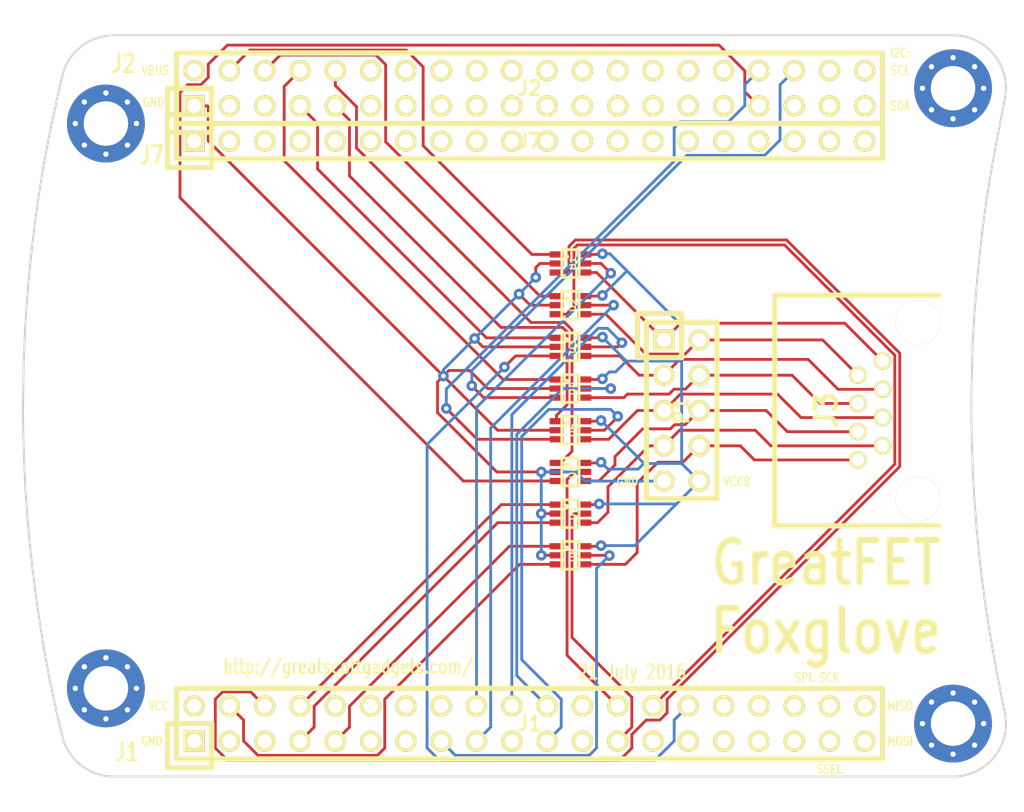
<source format=kicad_pcb>
(kicad_pcb (version 4) (host pcbnew "(2015-08-18 BZR 6102)-product")
  (layers (0 F.Cu signal) (31 B.Cu signal) (34 B.Paste user) (35 F.Paste user) (36 B.SilkS user) (37 F.SilkS user) (38 B.Mask user) (39 F.Mask user) (44 Edge.Cuts user))
  (net 0 "")
  (net 1 GND)
  (net 2 VCC)
  (net 3 "Net-(J1-Pad3)")
  (net 4 /A8)
  (net 5 "Net-(J1-Pad5)")
  (net 6 /A1)
  (net 7 /A7)
  (net 8 /VA7)
  (net 9 /VA8)
  (net 10 "Net-(J1-Pad10)")
  (net 11 "Net-(J1-Pad11)")
  (net 12 "Net-(J1-Pad12)")
  (net 13 "Net-(J1-Pad13)")
  (net 14 "Net-(J1-Pad14)")
  (net 15 /DIR8)
  (net 16 "Net-(J1-Pad16)")
  (net 17 /DIR2)
  (net 18 /DIR1)
  (net 19 "Net-(J1-Pad19)")
  (net 20 /DIR3)
  (net 21 /DIR5)
  (net 22 /DIR4)
  (net 23 "Net-(J1-Pad23)")
  (net 24 "Net-(J1-Pad24)")
  (net 25 /DIR7)
  (net 26 /DIR6)
  (net 27 "Net-(J1-Pad27)")
  (net 28 /A2)
  (net 29 "Net-(J1-Pad29)")
  (net 30 /A3)
  (net 31 "Net-(J1-Pad31)")
  (net 32 "Net-(J1-Pad32)")
  (net 33 "Net-(J1-Pad33)")
  (net 34 "Net-(J1-Pad34)")
  (net 35 "Net-(J1-Pad35)")
  (net 36 "Net-(J1-Pad36)")
  (net 37 "Net-(J1-Pad37)")
  (net 38 "Net-(J1-Pad38)")
  (net 39 "Net-(J1-Pad39)")
  (net 40 "Net-(J1-Pad40)")
  (net 41 "Net-(J2-Pad2)")
  (net 42 "Net-(J2-Pad3)")
  (net 43 /VA1)
  (net 44 "Net-(J2-Pad5)")
  (net 45 /VA2)
  (net 46 /VA3)
  (net 47 /VA4)
  (net 48 /VA5)
  (net 49 /VA6)
  (net 50 "Net-(J2-Pad11)")
  (net 51 "Net-(J2-Pad12)")
  (net 52 "Net-(J2-Pad13)")
  (net 53 "Net-(J2-Pad14)")
  (net 54 "Net-(J2-Pad15)")
  (net 55 "Net-(J2-Pad16)")
  (net 56 "Net-(J2-Pad17)")
  (net 57 "Net-(J2-Pad18)")
  (net 58 "Net-(J2-Pad19)")
  (net 59 "Net-(J2-Pad20)")
  (net 60 "Net-(J2-Pad21)")
  (net 61 "Net-(J2-Pad22)")
  (net 62 "Net-(J2-Pad23)")
  (net 63 "Net-(J2-Pad24)")
  (net 64 "Net-(J2-Pad25)")
  (net 65 "Net-(J2-Pad26)")
  (net 66 "Net-(J2-Pad27)")
  (net 67 "Net-(J2-Pad28)")
  (net 68 "Net-(J2-Pad29)")
  (net 69 "Net-(J2-Pad30)")
  (net 70 "Net-(J2-Pad31)")
  (net 71 "Net-(J2-Pad32)")
  (net 72 /A6)
  (net 73 /A5)
  (net 74 "Net-(J2-Pad35)")
  (net 75 /A4)
  (net 76 "Net-(J2-Pad37)")
  (net 77 "Net-(J2-Pad38)")
  (net 78 "Net-(J2-Pad39)")
  (net 79 "Net-(J2-Pad40)")
  (net 80 /B1)
  (net 81 /B2)
  (net 82 /B3)
  (net 83 /B4)
  (net 84 /B5)
  (net 85 /B6)
  (net 86 /B7)
  (net 87 /B8)
  (net 88 "Net-(J7-Pad1)")
  (net 89 "Net-(J7-Pad2)")
  (net 90 "Net-(J7-Pad3)")
  (net 91 "Net-(J7-Pad4)")
  (net 92 "Net-(J7-Pad5)")
  (net 93 "Net-(J7-Pad6)")
  (net 94 "Net-(J7-Pad7)")
  (net 95 "Net-(J7-Pad8)")
  (net 96 "Net-(J7-Pad9)")
  (net 97 "Net-(J7-Pad10)")
  (net 98 "Net-(J7-Pad11)")
  (net 99 "Net-(J7-Pad12)")
  (net 100 "Net-(J7-Pad13)")
  (net 101 "Net-(J7-Pad14)")
  (net 102 "Net-(J7-Pad15)")
  (net 103 "Net-(J7-Pad16)")
  (net 104 "Net-(J7-Pad17)")
  (net 105 "Net-(J7-Pad18)")
  (net 106 "Net-(J7-Pad19)")
  (net 107 "Net-(J7-Pad20)")
  (net 108 /VCCB)
  (module gsg-modules:HEADER-1x20 (layer F.Cu) (at 146.05 76.2)
    (fp_text reference J7 (at 0 0) (layer F.SilkS) (effects (font (size 1.016 1.016) (thickness 0.2032))))
    (fp_text value BONUS_ROW hide)
    (pad 1 thru_hole rect (at -24.13 0) (size 1.524 1.524) (drill 1.016) (layers *.Cu *.Mask F.SilkS) (net 88 "Net-(J7-Pad1)"))
    (pad 2 thru_hole circle (at -21.59 0) (size 1.524 1.524) (drill 1.016) (layers *.Cu *.Mask F.SilkS) (net 89 "Net-(J7-Pad2)"))
    (pad 3 thru_hole circle (at -19.05 0) (size 1.524 1.524) (drill 1.016) (layers *.Cu *.Mask F.SilkS) (net 90 "Net-(J7-Pad3)"))
    (pad 4 thru_hole circle (at -16.51 0) (size 1.524 1.524) (drill 1.016) (layers *.Cu *.Mask F.SilkS) (net 91 "Net-(J7-Pad4)"))
    (pad 5 thru_hole circle (at -13.97 0) (size 1.524 1.524) (drill 1.016) (layers *.Cu *.Mask F.SilkS) (net 92 "Net-(J7-Pad5)"))
    (pad 6 thru_hole circle (at -11.43 0) (size 1.524 1.524) (drill 1.016) (layers *.Cu *.Mask F.SilkS) (net 93 "Net-(J7-Pad6)"))
    (pad 7 thru_hole circle (at -8.89 0) (size 1.524 1.524) (drill 1.016) (layers *.Cu *.Mask F.SilkS) (net 94 "Net-(J7-Pad7)"))
    (pad 8 thru_hole circle (at -6.35 0) (size 1.524 1.524) (drill 1.016) (layers *.Cu *.Mask F.SilkS) (net 95 "Net-(J7-Pad8)"))
    (pad 9 thru_hole circle (at -3.81 0) (size 1.524 1.524) (drill 1.016) (layers *.Cu *.Mask F.SilkS) (net 96 "Net-(J7-Pad9)"))
    (pad 10 thru_hole circle (at -1.27 0) (size 1.524 1.524) (drill 1.016) (layers *.Cu *.Mask F.SilkS) (net 97 "Net-(J7-Pad10)"))
    (pad 11 thru_hole circle (at 1.27 0) (size 1.524 1.524) (drill 1.016) (layers *.Cu *.Mask F.SilkS) (net 98 "Net-(J7-Pad11)"))
    (pad 12 thru_hole circle (at 3.81 0) (size 1.524 1.524) (drill 1.016) (layers *.Cu *.Mask F.SilkS) (net 99 "Net-(J7-Pad12)"))
    (pad 13 thru_hole circle (at 6.35 0) (size 1.524 1.524) (drill 1.016) (layers *.Cu *.Mask F.SilkS) (net 100 "Net-(J7-Pad13)"))
    (pad 14 thru_hole circle (at 8.89 0) (size 1.524 1.524) (drill 1.016) (layers *.Cu *.Mask F.SilkS) (net 101 "Net-(J7-Pad14)"))
    (pad 15 thru_hole circle (at 11.43 0) (size 1.524 1.524) (drill 1.016) (layers *.Cu *.Mask F.SilkS) (net 102 "Net-(J7-Pad15)"))
    (pad 16 thru_hole circle (at 13.97 0) (size 1.524 1.524) (drill 1.016) (layers *.Cu *.Mask F.SilkS) (net 103 "Net-(J7-Pad16)"))
    (pad 17 thru_hole circle (at 16.51 0) (size 1.524 1.524) (drill 1.016) (layers *.Cu *.Mask F.SilkS) (net 104 "Net-(J7-Pad17)"))
    (pad 18 thru_hole circle (at 19.05 0) (size 1.524 1.524) (drill 1.016) (layers *.Cu *.Mask F.SilkS) (net 105 "Net-(J7-Pad18)"))
    (pad 19 thru_hole circle (at 21.59 0) (size 1.524 1.524) (drill 1.016) (layers *.Cu *.Mask F.SilkS) (net 106 "Net-(J7-Pad19)"))
    (pad 20 thru_hole circle (at 24.13 0) (size 1.524 1.524) (drill 1.016) (layers *.Cu *.Mask F.SilkS) (net 107 "Net-(J7-Pad20)"))
  )
  (module gsg-modules:HEADER-2x20 (layer F.Cu) (at 146.05 118.11)
    (fp_text reference J1 (at 0 0) (layer F.SilkS) (effects (font (size 1.016 1.016) (thickness 0.2032))))
    (fp_text value NEIGHBOR1 hide)
    (pad 1 thru_hole rect (at -24.13 1.27) (size 1.524 1.524) (drill 1.016) (layers *.Cu *.Mask F.SilkS) (net 1 GND))
    (pad 2 thru_hole circle (at -24.13 -1.27) (size 1.524 1.524) (drill 1.016) (layers *.Cu *.Mask F.SilkS) (net 2 VCC))
    (pad 3 thru_hole circle (at -21.59 1.27) (size 1.524 1.524) (drill 1.016) (layers *.Cu *.Mask F.SilkS) (net 3 "Net-(J1-Pad3)"))
    (pad 4 thru_hole circle (at -21.59 -1.27) (size 1.524 1.524) (drill 1.016) (layers *.Cu *.Mask F.SilkS) (net 4 /A8))
    (pad 5 thru_hole circle (at -19.05 1.27) (size 1.524 1.524) (drill 1.016) (layers *.Cu *.Mask F.SilkS) (net 5 "Net-(J1-Pad5)"))
    (pad 6 thru_hole circle (at -19.05 -1.27) (size 1.524 1.524) (drill 1.016) (layers *.Cu *.Mask F.SilkS) (net 6 /A1))
    (pad 7 thru_hole circle (at -16.51 1.27) (size 1.524 1.524) (drill 1.016) (layers *.Cu *.Mask F.SilkS) (net 7 /A7))
    (pad 8 thru_hole circle (at -16.51 -1.27) (size 1.524 1.524) (drill 1.016) (layers *.Cu *.Mask F.SilkS) (net 8 /VA7))
    (pad 9 thru_hole circle (at -13.97 1.27) (size 1.524 1.524) (drill 1.016) (layers *.Cu *.Mask F.SilkS) (net 9 /VA8))
    (pad 10 thru_hole circle (at -13.97 -1.27) (size 1.524 1.524) (drill 1.016) (layers *.Cu *.Mask F.SilkS) (net 10 "Net-(J1-Pad10)"))
    (pad 11 thru_hole circle (at -11.43 1.27) (size 1.524 1.524) (drill 1.016) (layers *.Cu *.Mask F.SilkS) (net 11 "Net-(J1-Pad11)"))
    (pad 12 thru_hole circle (at -11.43 -1.27) (size 1.524 1.524) (drill 1.016) (layers *.Cu *.Mask F.SilkS) (net 12 "Net-(J1-Pad12)"))
    (pad 13 thru_hole circle (at -8.89 1.27) (size 1.524 1.524) (drill 1.016) (layers *.Cu *.Mask F.SilkS) (net 13 "Net-(J1-Pad13)"))
    (pad 14 thru_hole circle (at -8.89 -1.27) (size 1.524 1.524) (drill 1.016) (layers *.Cu *.Mask F.SilkS) (net 14 "Net-(J1-Pad14)"))
    (pad 15 thru_hole circle (at -6.35 1.27) (size 1.524 1.524) (drill 1.016) (layers *.Cu *.Mask F.SilkS) (net 15 /DIR8))
    (pad 16 thru_hole circle (at -6.35 -1.27) (size 1.524 1.524) (drill 1.016) (layers *.Cu *.Mask F.SilkS) (net 16 "Net-(J1-Pad16)"))
    (pad 17 thru_hole circle (at -3.81 1.27) (size 1.524 1.524) (drill 1.016) (layers *.Cu *.Mask F.SilkS) (net 17 /DIR2))
    (pad 18 thru_hole circle (at -3.81 -1.27) (size 1.524 1.524) (drill 1.016) (layers *.Cu *.Mask F.SilkS) (net 18 /DIR1))
    (pad 19 thru_hole circle (at -1.27 1.27) (size 1.524 1.524) (drill 1.016) (layers *.Cu *.Mask F.SilkS) (net 19 "Net-(J1-Pad19)"))
    (pad 20 thru_hole circle (at -1.27 -1.27) (size 1.524 1.524) (drill 1.016) (layers *.Cu *.Mask F.SilkS) (net 20 /DIR3))
    (pad 21 thru_hole circle (at 1.27 1.27) (size 1.524 1.524) (drill 1.016) (layers *.Cu *.Mask F.SilkS) (net 21 /DIR5))
    (pad 22 thru_hole circle (at 1.27 -1.27) (size 1.524 1.524) (drill 1.016) (layers *.Cu *.Mask F.SilkS) (net 22 /DIR4))
    (pad 23 thru_hole circle (at 3.81 1.27) (size 1.524 1.524) (drill 1.016) (layers *.Cu *.Mask F.SilkS) (net 23 "Net-(J1-Pad23)"))
    (pad 24 thru_hole circle (at 3.81 -1.27) (size 1.524 1.524) (drill 1.016) (layers *.Cu *.Mask F.SilkS) (net 24 "Net-(J1-Pad24)"))
    (pad 25 thru_hole circle (at 6.35 1.27) (size 1.524 1.524) (drill 1.016) (layers *.Cu *.Mask F.SilkS) (net 25 /DIR7))
    (pad 26 thru_hole circle (at 6.35 -1.27) (size 1.524 1.524) (drill 1.016) (layers *.Cu *.Mask F.SilkS) (net 26 /DIR6))
    (pad 27 thru_hole circle (at 8.89 1.27) (size 1.524 1.524) (drill 1.016) (layers *.Cu *.Mask F.SilkS) (net 27 "Net-(J1-Pad27)"))
    (pad 28 thru_hole circle (at 8.89 -1.27) (size 1.524 1.524) (drill 1.016) (layers *.Cu *.Mask F.SilkS) (net 28 /A2))
    (pad 29 thru_hole circle (at 11.43 1.27) (size 1.524 1.524) (drill 1.016) (layers *.Cu *.Mask F.SilkS) (net 29 "Net-(J1-Pad29)"))
    (pad 30 thru_hole circle (at 11.43 -1.27) (size 1.524 1.524) (drill 1.016) (layers *.Cu *.Mask F.SilkS) (net 30 /A3))
    (pad 31 thru_hole circle (at 13.97 1.27) (size 1.524 1.524) (drill 1.016) (layers *.Cu *.Mask F.SilkS) (net 31 "Net-(J1-Pad31)"))
    (pad 32 thru_hole circle (at 13.97 -1.27) (size 1.524 1.524) (drill 1.016) (layers *.Cu *.Mask F.SilkS) (net 32 "Net-(J1-Pad32)"))
    (pad 33 thru_hole circle (at 16.51 1.27) (size 1.524 1.524) (drill 1.016) (layers *.Cu *.Mask F.SilkS) (net 33 "Net-(J1-Pad33)"))
    (pad 34 thru_hole circle (at 16.51 -1.27) (size 1.524 1.524) (drill 1.016) (layers *.Cu *.Mask F.SilkS) (net 34 "Net-(J1-Pad34)"))
    (pad 35 thru_hole circle (at 19.05 1.27) (size 1.524 1.524) (drill 1.016) (layers *.Cu *.Mask F.SilkS) (net 35 "Net-(J1-Pad35)"))
    (pad 36 thru_hole circle (at 19.05 -1.27) (size 1.524 1.524) (drill 1.016) (layers *.Cu *.Mask F.SilkS) (net 36 "Net-(J1-Pad36)"))
    (pad 37 thru_hole circle (at 21.59 1.27) (size 1.524 1.524) (drill 1.016) (layers *.Cu *.Mask F.SilkS) (net 37 "Net-(J1-Pad37)"))
    (pad 38 thru_hole circle (at 21.59 -1.27) (size 1.524 1.524) (drill 1.016) (layers *.Cu *.Mask F.SilkS) (net 38 "Net-(J1-Pad38)"))
    (pad 39 thru_hole circle (at 24.13 1.27) (size 1.524 1.524) (drill 1.016) (layers *.Cu *.Mask F.SilkS) (net 39 "Net-(J1-Pad39)"))
    (pad 40 thru_hole circle (at 24.13 -1.27) (size 1.524 1.524) (drill 1.016) (layers *.Cu *.Mask F.SilkS) (net 40 "Net-(J1-Pad40)"))
  )
  (module gsg-modules:HEADER-2x20 (layer F.Cu) (at 146.05 72.39)
    (fp_text reference J2 (at 0 0) (layer F.SilkS) (effects (font (size 1.016 1.016) (thickness 0.2032))))
    (fp_text value NEIGHBOR2 hide)
    (pad 1 thru_hole rect (at -24.13 1.27) (size 1.524 1.524) (drill 1.016) (layers *.Cu *.Mask F.SilkS) (net 1 GND))
    (pad 2 thru_hole circle (at -24.13 -1.27) (size 1.524 1.524) (drill 1.016) (layers *.Cu *.Mask F.SilkS) (net 41 "Net-(J2-Pad2)"))
    (pad 3 thru_hole circle (at -21.59 1.27) (size 1.524 1.524) (drill 1.016) (layers *.Cu *.Mask F.SilkS) (net 42 "Net-(J2-Pad3)"))
    (pad 4 thru_hole circle (at -21.59 -1.27) (size 1.524 1.524) (drill 1.016) (layers *.Cu *.Mask F.SilkS) (net 43 /VA1))
    (pad 5 thru_hole circle (at -19.05 1.27) (size 1.524 1.524) (drill 1.016) (layers *.Cu *.Mask F.SilkS) (net 44 "Net-(J2-Pad5)"))
    (pad 6 thru_hole circle (at -19.05 -1.27) (size 1.524 1.524) (drill 1.016) (layers *.Cu *.Mask F.SilkS) (net 45 /VA2))
    (pad 7 thru_hole circle (at -16.51 1.27) (size 1.524 1.524) (drill 1.016) (layers *.Cu *.Mask F.SilkS) (net 46 /VA3))
    (pad 8 thru_hole circle (at -16.51 -1.27) (size 1.524 1.524) (drill 1.016) (layers *.Cu *.Mask F.SilkS) (net 47 /VA4))
    (pad 9 thru_hole circle (at -13.97 1.27) (size 1.524 1.524) (drill 1.016) (layers *.Cu *.Mask F.SilkS) (net 48 /VA5))
    (pad 10 thru_hole circle (at -13.97 -1.27) (size 1.524 1.524) (drill 1.016) (layers *.Cu *.Mask F.SilkS) (net 49 /VA6))
    (pad 11 thru_hole circle (at -11.43 1.27) (size 1.524 1.524) (drill 1.016) (layers *.Cu *.Mask F.SilkS) (net 50 "Net-(J2-Pad11)"))
    (pad 12 thru_hole circle (at -11.43 -1.27) (size 1.524 1.524) (drill 1.016) (layers *.Cu *.Mask F.SilkS) (net 51 "Net-(J2-Pad12)"))
    (pad 13 thru_hole circle (at -8.89 1.27) (size 1.524 1.524) (drill 1.016) (layers *.Cu *.Mask F.SilkS) (net 52 "Net-(J2-Pad13)"))
    (pad 14 thru_hole circle (at -8.89 -1.27) (size 1.524 1.524) (drill 1.016) (layers *.Cu *.Mask F.SilkS) (net 53 "Net-(J2-Pad14)"))
    (pad 15 thru_hole circle (at -6.35 1.27) (size 1.524 1.524) (drill 1.016) (layers *.Cu *.Mask F.SilkS) (net 54 "Net-(J2-Pad15)"))
    (pad 16 thru_hole circle (at -6.35 -1.27) (size 1.524 1.524) (drill 1.016) (layers *.Cu *.Mask F.SilkS) (net 55 "Net-(J2-Pad16)"))
    (pad 17 thru_hole circle (at -3.81 1.27) (size 1.524 1.524) (drill 1.016) (layers *.Cu *.Mask F.SilkS) (net 56 "Net-(J2-Pad17)"))
    (pad 18 thru_hole circle (at -3.81 -1.27) (size 1.524 1.524) (drill 1.016) (layers *.Cu *.Mask F.SilkS) (net 57 "Net-(J2-Pad18)"))
    (pad 19 thru_hole circle (at -1.27 1.27) (size 1.524 1.524) (drill 1.016) (layers *.Cu *.Mask F.SilkS) (net 58 "Net-(J2-Pad19)"))
    (pad 20 thru_hole circle (at -1.27 -1.27) (size 1.524 1.524) (drill 1.016) (layers *.Cu *.Mask F.SilkS) (net 59 "Net-(J2-Pad20)"))
    (pad 21 thru_hole circle (at 1.27 1.27) (size 1.524 1.524) (drill 1.016) (layers *.Cu *.Mask F.SilkS) (net 60 "Net-(J2-Pad21)"))
    (pad 22 thru_hole circle (at 1.27 -1.27) (size 1.524 1.524) (drill 1.016) (layers *.Cu *.Mask F.SilkS) (net 61 "Net-(J2-Pad22)"))
    (pad 23 thru_hole circle (at 3.81 1.27) (size 1.524 1.524) (drill 1.016) (layers *.Cu *.Mask F.SilkS) (net 62 "Net-(J2-Pad23)"))
    (pad 24 thru_hole circle (at 3.81 -1.27) (size 1.524 1.524) (drill 1.016) (layers *.Cu *.Mask F.SilkS) (net 63 "Net-(J2-Pad24)"))
    (pad 25 thru_hole circle (at 6.35 1.27) (size 1.524 1.524) (drill 1.016) (layers *.Cu *.Mask F.SilkS) (net 64 "Net-(J2-Pad25)"))
    (pad 26 thru_hole circle (at 6.35 -1.27) (size 1.524 1.524) (drill 1.016) (layers *.Cu *.Mask F.SilkS) (net 65 "Net-(J2-Pad26)"))
    (pad 27 thru_hole circle (at 8.89 1.27) (size 1.524 1.524) (drill 1.016) (layers *.Cu *.Mask F.SilkS) (net 66 "Net-(J2-Pad27)"))
    (pad 28 thru_hole circle (at 8.89 -1.27) (size 1.524 1.524) (drill 1.016) (layers *.Cu *.Mask F.SilkS) (net 67 "Net-(J2-Pad28)"))
    (pad 29 thru_hole circle (at 11.43 1.27) (size 1.524 1.524) (drill 1.016) (layers *.Cu *.Mask F.SilkS) (net 68 "Net-(J2-Pad29)"))
    (pad 30 thru_hole circle (at 11.43 -1.27) (size 1.524 1.524) (drill 1.016) (layers *.Cu *.Mask F.SilkS) (net 69 "Net-(J2-Pad30)"))
    (pad 31 thru_hole circle (at 13.97 1.27) (size 1.524 1.524) (drill 1.016) (layers *.Cu *.Mask F.SilkS) (net 70 "Net-(J2-Pad31)"))
    (pad 32 thru_hole circle (at 13.97 -1.27) (size 1.524 1.524) (drill 1.016) (layers *.Cu *.Mask F.SilkS) (net 71 "Net-(J2-Pad32)"))
    (pad 33 thru_hole circle (at 16.51 1.27) (size 1.524 1.524) (drill 1.016) (layers *.Cu *.Mask F.SilkS) (net 72 /A6))
    (pad 34 thru_hole circle (at 16.51 -1.27) (size 1.524 1.524) (drill 1.016) (layers *.Cu *.Mask F.SilkS) (net 73 /A5))
    (pad 35 thru_hole circle (at 19.05 1.27) (size 1.524 1.524) (drill 1.016) (layers *.Cu *.Mask F.SilkS) (net 74 "Net-(J2-Pad35)"))
    (pad 36 thru_hole circle (at 19.05 -1.27) (size 1.524 1.524) (drill 1.016) (layers *.Cu *.Mask F.SilkS) (net 75 /A4))
    (pad 37 thru_hole circle (at 21.59 1.27) (size 1.524 1.524) (drill 1.016) (layers *.Cu *.Mask F.SilkS) (net 76 "Net-(J2-Pad37)"))
    (pad 38 thru_hole circle (at 21.59 -1.27) (size 1.524 1.524) (drill 1.016) (layers *.Cu *.Mask F.SilkS) (net 77 "Net-(J2-Pad38)"))
    (pad 39 thru_hole circle (at 24.13 1.27) (size 1.524 1.524) (drill 1.016) (layers *.Cu *.Mask F.SilkS) (net 78 "Net-(J2-Pad39)"))
    (pad 40 thru_hole circle (at 24.13 -1.27) (size 1.524 1.524) (drill 1.016) (layers *.Cu *.Mask F.SilkS) (net 79 "Net-(J2-Pad40)"))
  )
  (module gsg-modules:HOLE126MIL-COPPER (layer F.Cu) (at 115.57 74.93)
    (fp_text reference MH1 hide)
    (fp_text value MOUNTING_HOLE hide)
    (pad 1 thru_hole circle (at 0 0) (size 5.6 5.6) (drill 3.2004) (layers *.Cu *.Mask) (net 1 GND))
    (pad 1 thru_hole circle (at 0 -2.2) (size 0.6 0.6) (drill 0.381) (layers *.Cu *.Mask) (net 1 GND))
    (pad 1 thru_hole circle (at -2.2 0) (size 0.6 0.6) (drill 0.381) (layers *.Cu *.Mask) (net 1 GND))
    (pad 1 thru_hole circle (at 0 2.2) (size 0.6 0.6) (drill 0.381) (layers *.Cu *.Mask) (net 1 GND))
    (pad 1 thru_hole circle (at 2.2 0) (size 0.6 0.6) (drill 0.381) (layers *.Cu *.Mask) (net 1 GND))
    (pad 1 thru_hole circle (at 1.55 -1.55) (size 0.6 0.6) (drill 0.381) (layers *.Cu *.Mask) (net 1 GND))
    (pad 1 thru_hole circle (at -1.55 -1.55) (size 0.6 0.6) (drill 0.381) (layers *.Cu *.Mask) (net 1 GND))
    (pad 1 thru_hole circle (at -1.55 1.55) (size 0.6 0.6) (drill 0.381) (layers *.Cu *.Mask) (net 1 GND))
    (pad 1 thru_hole circle (at 1.55 1.55) (size 0.6 0.6) (drill 0.381) (layers *.Cu *.Mask) (net 1 GND))
  )
  (module gsg-modules:HOLE126MIL-COPPER (layer F.Cu) (at 115.57 115.57)
    (fp_text reference MH2 hide)
    (fp_text value MOUNTING_HOLE hide)
    (pad 1 thru_hole circle (at 0 0) (size 5.6 5.6) (drill 3.2004) (layers *.Cu *.Mask) (net 1 GND))
    (pad 1 thru_hole circle (at 0 -2.2) (size 0.6 0.6) (drill 0.381) (layers *.Cu *.Mask) (net 1 GND))
    (pad 1 thru_hole circle (at -2.2 0) (size 0.6 0.6) (drill 0.381) (layers *.Cu *.Mask) (net 1 GND))
    (pad 1 thru_hole circle (at 0 2.2) (size 0.6 0.6) (drill 0.381) (layers *.Cu *.Mask) (net 1 GND))
    (pad 1 thru_hole circle (at 2.2 0) (size 0.6 0.6) (drill 0.381) (layers *.Cu *.Mask) (net 1 GND))
    (pad 1 thru_hole circle (at 1.55 -1.55) (size 0.6 0.6) (drill 0.381) (layers *.Cu *.Mask) (net 1 GND))
    (pad 1 thru_hole circle (at -1.55 -1.55) (size 0.6 0.6) (drill 0.381) (layers *.Cu *.Mask) (net 1 GND))
    (pad 1 thru_hole circle (at -1.55 1.55) (size 0.6 0.6) (drill 0.381) (layers *.Cu *.Mask) (net 1 GND))
    (pad 1 thru_hole circle (at 1.55 1.55) (size 0.6 0.6) (drill 0.381) (layers *.Cu *.Mask) (net 1 GND))
  )
  (module gsg-modules:HOLE126MIL-COPPER (layer F.Cu) (at 176.53 118.11)
    (fp_text reference MH3 hide)
    (fp_text value MOUNTING_HOLE hide)
    (pad 1 thru_hole circle (at 0 0) (size 5.6 5.6) (drill 3.2004) (layers *.Cu *.Mask) (net 1 GND))
    (pad 1 thru_hole circle (at 0 -2.2) (size 0.6 0.6) (drill 0.381) (layers *.Cu *.Mask) (net 1 GND))
    (pad 1 thru_hole circle (at -2.2 0) (size 0.6 0.6) (drill 0.381) (layers *.Cu *.Mask) (net 1 GND))
    (pad 1 thru_hole circle (at 0 2.2) (size 0.6 0.6) (drill 0.381) (layers *.Cu *.Mask) (net 1 GND))
    (pad 1 thru_hole circle (at 2.2 0) (size 0.6 0.6) (drill 0.381) (layers *.Cu *.Mask) (net 1 GND))
    (pad 1 thru_hole circle (at 1.55 -1.55) (size 0.6 0.6) (drill 0.381) (layers *.Cu *.Mask) (net 1 GND))
    (pad 1 thru_hole circle (at -1.55 -1.55) (size 0.6 0.6) (drill 0.381) (layers *.Cu *.Mask) (net 1 GND))
    (pad 1 thru_hole circle (at -1.55 1.55) (size 0.6 0.6) (drill 0.381) (layers *.Cu *.Mask) (net 1 GND))
    (pad 1 thru_hole circle (at 1.55 1.55) (size 0.6 0.6) (drill 0.381) (layers *.Cu *.Mask) (net 1 GND))
  )
  (module gsg-modules:HOLE126MIL-COPPER (layer F.Cu) (at 176.53 72.39)
    (fp_text reference MH4 hide)
    (fp_text value MOUNTING_HOLE hide)
    (pad 1 thru_hole circle (at 0 0) (size 5.6 5.6) (drill 3.2004) (layers *.Cu *.Mask) (net 1 GND))
    (pad 1 thru_hole circle (at 0 -2.2) (size 0.6 0.6) (drill 0.381) (layers *.Cu *.Mask) (net 1 GND))
    (pad 1 thru_hole circle (at -2.2 0) (size 0.6 0.6) (drill 0.381) (layers *.Cu *.Mask) (net 1 GND))
    (pad 1 thru_hole circle (at 0 2.2) (size 0.6 0.6) (drill 0.381) (layers *.Cu *.Mask) (net 1 GND))
    (pad 1 thru_hole circle (at 2.2 0) (size 0.6 0.6) (drill 0.381) (layers *.Cu *.Mask) (net 1 GND))
    (pad 1 thru_hole circle (at 1.55 -1.55) (size 0.6 0.6) (drill 0.381) (layers *.Cu *.Mask) (net 1 GND))
    (pad 1 thru_hole circle (at -1.55 -1.55) (size 0.6 0.6) (drill 0.381) (layers *.Cu *.Mask) (net 1 GND))
    (pad 1 thru_hole circle (at -1.55 1.55) (size 0.6 0.6) (drill 0.381) (layers *.Cu *.Mask) (net 1 GND))
    (pad 1 thru_hole circle (at 1.55 1.55) (size 0.6 0.6) (drill 0.381) (layers *.Cu *.Mask) (net 1 GND))
  )
  (module gsg-modules:RJ45-RJHSE-5380 (layer F.Cu) (at 174 95.58 90)
    (fp_text reference J3 (at 0 -6.6 90) (layer F.SilkS) (effects (font (thickness 0.3))))
    (fp_text value RJ45 hide)
    (pad "" thru_hole circle (at 6.35 0 90) (size 3.2 3.2) (drill 3.2) (layers *.Cu *.Mask F.SilkS))
    (pad "" thru_hole circle (at -6.35 0 90) (size 3.2 3.2) (drill 3.2) (layers *.Cu *.Mask F.SilkS))
    (pad 1 thru_hole circle (at 3.556 -2.54 90) (size 1.25 1.25) (drill 0.9) (layers *.Cu *.Mask F.SilkS) (net 80 /B1))
    (pad 2 thru_hole circle (at 2.54 -4.318 90) (size 1.25 1.25) (drill 0.9) (layers *.Cu *.Mask F.SilkS) (net 81 /B2))
    (pad 3 thru_hole circle (at 1.524 -2.54 90) (size 1.25 1.25) (drill 0.9) (layers *.Cu *.Mask F.SilkS) (net 82 /B3))
    (pad 4 thru_hole circle (at 0.508 -4.318 90) (size 1.25 1.25) (drill 0.9) (layers *.Cu *.Mask F.SilkS) (net 83 /B4))
    (pad 5 thru_hole circle (at -0.508 -2.54 90) (size 1.25 1.25) (drill 0.9) (layers *.Cu *.Mask F.SilkS) (net 84 /B5))
    (pad 6 thru_hole circle (at -1.524 -4.318 90) (size 1.25 1.25) (drill 0.9) (layers *.Cu *.Mask F.SilkS) (net 85 /B6))
    (pad 7 thru_hole circle (at -2.54 -2.54 90) (size 1.25 1.25) (drill 0.9) (layers *.Cu *.Mask F.SilkS) (net 86 /B7))
    (pad 8 thru_hole circle (at -3.556 -4.318 90) (size 1.25 1.25) (drill 0.9) (layers *.Cu *.Mask F.SilkS) (net 87 /B8))
  )
  (module gsg-modules:HEADER-2x5 (layer F.Cu) (at 157 95.58 270)
    (fp_text reference P1 (at 0 0 270) (layer F.SilkS) (effects (font (size 1.016 1.016) (thickness 0.2032))))
    (fp_text value CONN_02X05 hide)
    (pad 1 thru_hole rect (at -5.08 1.27 270) (size 1.524 1.524) (drill 1.016) (layers *.Cu *.Mask F.SilkS) (net 80 /B1))
    (pad 2 thru_hole circle (at -5.08 -1.27 270) (size 1.524 1.524) (drill 1.016) (layers *.Cu *.Mask F.SilkS) (net 81 /B2))
    (pad 3 thru_hole circle (at -2.54 1.27 270) (size 1.524 1.524) (drill 1.016) (layers *.Cu *.Mask F.SilkS) (net 82 /B3))
    (pad 4 thru_hole circle (at -2.54 -1.27 270) (size 1.524 1.524) (drill 1.016) (layers *.Cu *.Mask F.SilkS) (net 83 /B4))
    (pad 5 thru_hole circle (at 0 1.27 270) (size 1.524 1.524) (drill 1.016) (layers *.Cu *.Mask F.SilkS) (net 84 /B5))
    (pad 6 thru_hole circle (at 0 -1.27 270) (size 1.524 1.524) (drill 1.016) (layers *.Cu *.Mask F.SilkS) (net 85 /B6))
    (pad 7 thru_hole circle (at 2.54 1.27 270) (size 1.524 1.524) (drill 1.016) (layers *.Cu *.Mask F.SilkS) (net 86 /B7))
    (pad 8 thru_hole circle (at 2.54 -1.27 270) (size 1.524 1.524) (drill 1.016) (layers *.Cu *.Mask F.SilkS) (net 87 /B8))
    (pad 9 thru_hole circle (at 5.08 1.27 270) (size 1.524 1.524) (drill 1.016) (layers *.Cu *.Mask F.SilkS) (net 1 GND))
    (pad 10 thru_hole circle (at 5.08 -1.27 270) (size 1.524 1.524) (drill 1.016) (layers *.Cu *.Mask F.SilkS) (net 108 /VCCB))
  )
  (module gsg-modules:SOT363 (layer F.Cu) (at 149 85 270)
    (fp_text reference U1 (at 0 -0.18 270) (layer F.SilkS) (effects (font (size 0.4 0.5) (thickness 0.12))))
    (fp_text value SHIFTER1 hide)
    (pad 1 smd rect (at -0.65 1 270) (size 0.45 1) (layers F.Cu F.Paste F.Mask) (net 43 /VA1))
    (pad 2 smd rect (at 0 1 270) (size 0.45 1) (layers F.Cu F.Paste F.Mask) (net 1 GND))
    (pad 3 smd rect (at 0.65 1 270) (size 0.45 1) (layers F.Cu F.Paste F.Mask) (net 6 /A1))
    (pad 4 smd rect (at 0.65 -1 270) (size 0.45 1) (layers F.Cu F.Paste F.Mask) (net 80 /B1))
    (pad 5 smd rect (at 0 -1 270) (size 0.45 1) (layers F.Cu F.Paste F.Mask) (net 18 /DIR1))
    (pad 6 smd rect (at -0.65 -1 270) (size 0.45 1) (layers F.Cu F.Paste F.Mask) (net 108 /VCCB))
  )
  (module gsg-modules:SOT363 (layer F.Cu) (at 149 88 270)
    (fp_text reference U2 (at 0 -0.18 270) (layer F.SilkS) (effects (font (size 0.4 0.5) (thickness 0.12))))
    (fp_text value SHIFTER2 hide)
    (pad 1 smd rect (at -0.65 1 270) (size 0.45 1) (layers F.Cu F.Paste F.Mask) (net 45 /VA2))
    (pad 2 smd rect (at 0 1 270) (size 0.45 1) (layers F.Cu F.Paste F.Mask) (net 1 GND))
    (pad 3 smd rect (at 0.65 1 270) (size 0.45 1) (layers F.Cu F.Paste F.Mask) (net 28 /A2))
    (pad 4 smd rect (at 0.65 -1 270) (size 0.45 1) (layers F.Cu F.Paste F.Mask) (net 81 /B2))
    (pad 5 smd rect (at 0 -1 270) (size 0.45 1) (layers F.Cu F.Paste F.Mask) (net 17 /DIR2))
    (pad 6 smd rect (at -0.65 -1 270) (size 0.45 1) (layers F.Cu F.Paste F.Mask) (net 108 /VCCB))
  )
  (module gsg-modules:SOT363 (layer F.Cu) (at 149 91 270)
    (fp_text reference U3 (at 0 -0.18 270) (layer F.SilkS) (effects (font (size 0.4 0.5) (thickness 0.12))))
    (fp_text value SHIFTER3 hide)
    (pad 1 smd rect (at -0.65 1 270) (size 0.45 1) (layers F.Cu F.Paste F.Mask) (net 46 /VA3))
    (pad 2 smd rect (at 0 1 270) (size 0.45 1) (layers F.Cu F.Paste F.Mask) (net 1 GND))
    (pad 3 smd rect (at 0.65 1 270) (size 0.45 1) (layers F.Cu F.Paste F.Mask) (net 30 /A3))
    (pad 4 smd rect (at 0.65 -1 270) (size 0.45 1) (layers F.Cu F.Paste F.Mask) (net 82 /B3))
    (pad 5 smd rect (at 0 -1 270) (size 0.45 1) (layers F.Cu F.Paste F.Mask) (net 20 /DIR3))
    (pad 6 smd rect (at -0.65 -1 270) (size 0.45 1) (layers F.Cu F.Paste F.Mask) (net 108 /VCCB))
  )
  (module gsg-modules:SOT363 (layer F.Cu) (at 149 94 270)
    (fp_text reference U4 (at 0 -0.18 270) (layer F.SilkS) (effects (font (size 0.4 0.5) (thickness 0.12))))
    (fp_text value SHIFTER4 hide)
    (pad 1 smd rect (at -0.65 1 270) (size 0.45 1) (layers F.Cu F.Paste F.Mask) (net 47 /VA4))
    (pad 2 smd rect (at 0 1 270) (size 0.45 1) (layers F.Cu F.Paste F.Mask) (net 1 GND))
    (pad 3 smd rect (at 0.65 1 270) (size 0.45 1) (layers F.Cu F.Paste F.Mask) (net 75 /A4))
    (pad 4 smd rect (at 0.65 -1 270) (size 0.45 1) (layers F.Cu F.Paste F.Mask) (net 83 /B4))
    (pad 5 smd rect (at 0 -1 270) (size 0.45 1) (layers F.Cu F.Paste F.Mask) (net 22 /DIR4))
    (pad 6 smd rect (at -0.65 -1 270) (size 0.45 1) (layers F.Cu F.Paste F.Mask) (net 108 /VCCB))
  )
  (module gsg-modules:SOT363 (layer F.Cu) (at 149 97 270)
    (fp_text reference U5 (at 0 -0.18 270) (layer F.SilkS) (effects (font (size 0.4 0.5) (thickness 0.12))))
    (fp_text value SHIFTER5 hide)
    (pad 1 smd rect (at -0.65 1 270) (size 0.45 1) (layers F.Cu F.Paste F.Mask) (net 48 /VA5))
    (pad 2 smd rect (at 0 1 270) (size 0.45 1) (layers F.Cu F.Paste F.Mask) (net 1 GND))
    (pad 3 smd rect (at 0.65 1 270) (size 0.45 1) (layers F.Cu F.Paste F.Mask) (net 73 /A5))
    (pad 4 smd rect (at 0.65 -1 270) (size 0.45 1) (layers F.Cu F.Paste F.Mask) (net 84 /B5))
    (pad 5 smd rect (at 0 -1 270) (size 0.45 1) (layers F.Cu F.Paste F.Mask) (net 21 /DIR5))
    (pad 6 smd rect (at -0.65 -1 270) (size 0.45 1) (layers F.Cu F.Paste F.Mask) (net 108 /VCCB))
  )
  (module gsg-modules:SOT363 (layer F.Cu) (at 149 100 270)
    (fp_text reference U6 (at 0 -0.18 270) (layer F.SilkS) (effects (font (size 0.4 0.5) (thickness 0.12))))
    (fp_text value SHIFTER6 hide)
    (pad 1 smd rect (at -0.65 1 270) (size 0.45 1) (layers F.Cu F.Paste F.Mask) (net 49 /VA6))
    (pad 2 smd rect (at 0 1 270) (size 0.45 1) (layers F.Cu F.Paste F.Mask) (net 1 GND))
    (pad 3 smd rect (at 0.65 1 270) (size 0.45 1) (layers F.Cu F.Paste F.Mask) (net 72 /A6))
    (pad 4 smd rect (at 0.65 -1 270) (size 0.45 1) (layers F.Cu F.Paste F.Mask) (net 85 /B6))
    (pad 5 smd rect (at 0 -1 270) (size 0.45 1) (layers F.Cu F.Paste F.Mask) (net 26 /DIR6))
    (pad 6 smd rect (at -0.65 -1 270) (size 0.45 1) (layers F.Cu F.Paste F.Mask) (net 108 /VCCB))
  )
  (module gsg-modules:SOT363 (layer F.Cu) (at 149 103 270)
    (fp_text reference U7 (at 0 -0.18 270) (layer F.SilkS) (effects (font (size 0.4 0.5) (thickness 0.12))))
    (fp_text value SHIFTER7 hide)
    (pad 1 smd rect (at -0.65 1 270) (size 0.45 1) (layers F.Cu F.Paste F.Mask) (net 8 /VA7))
    (pad 2 smd rect (at 0 1 270) (size 0.45 1) (layers F.Cu F.Paste F.Mask) (net 1 GND))
    (pad 3 smd rect (at 0.65 1 270) (size 0.45 1) (layers F.Cu F.Paste F.Mask) (net 7 /A7))
    (pad 4 smd rect (at 0.65 -1 270) (size 0.45 1) (layers F.Cu F.Paste F.Mask) (net 86 /B7))
    (pad 5 smd rect (at 0 -1 270) (size 0.45 1) (layers F.Cu F.Paste F.Mask) (net 25 /DIR7))
    (pad 6 smd rect (at -0.65 -1 270) (size 0.45 1) (layers F.Cu F.Paste F.Mask) (net 108 /VCCB))
  )
  (module gsg-modules:SOT363 (layer F.Cu) (at 149 106 270)
    (fp_text reference U8 (at 0 -0.18 270) (layer F.SilkS) (effects (font (size 0.4 0.5) (thickness 0.12))))
    (fp_text value SHIFTER8 hide)
    (pad 1 smd rect (at -0.65 1 270) (size 0.45 1) (layers F.Cu F.Paste F.Mask) (net 9 /VA8))
    (pad 2 smd rect (at 0 1 270) (size 0.45 1) (layers F.Cu F.Paste F.Mask) (net 1 GND))
    (pad 3 smd rect (at 0.65 1 270) (size 0.45 1) (layers F.Cu F.Paste F.Mask) (net 4 /A8))
    (pad 4 smd rect (at 0.65 -1 270) (size 0.45 1) (layers F.Cu F.Paste F.Mask) (net 87 /B8))
    (pad 5 smd rect (at 0 -1 270) (size 0.45 1) (layers F.Cu F.Paste F.Mask) (net 15 /DIR8))
    (pad 6 smd rect (at -0.65 -1 270) (size 0.45 1) (layers F.Cu F.Paste F.Mask) (net 108 /VCCB))
  )
  (gr_text VCCB (at 161 100.7) (layer F.SilkS) (effects (font (size 0.635 0.508) (thickness 0.1016))))
  (gr_text GND (at 153.1 100.7) (layer F.SilkS) (effects (font (size 0.635 0.508) (thickness 0.1016))))
  (gr_line (start 109.6772 98.933) (end 109.728 99.9998) (angle 90) (layer Edge.Cuts) (width 0.15))
  (gr_line (start 109.6264 97.4852) (end 109.6772 98.933) (angle 90) (layer Edge.Cuts) (width 0.15))
  (gr_line (start 109.601 95.5802) (end 109.6264 97.4852) (angle 90) (layer Edge.Cuts) (width 0.15))
  (gr_line (start 109.6264 93.726) (end 109.601 95.5802) (angle 90) (layer Edge.Cuts) (width 0.15))
  (gr_line (start 109.6518 92.1766) (end 109.6264 93.726) (angle 90) (layer Edge.Cuts) (width 0.15))
  (gr_line (start 109.728 90.5002) (end 109.6518 92.1766) (angle 90) (layer Edge.Cuts) (width 0.15))
  (gr_line (start 177.927 99.0346) (end 177.9524 99.9998) (angle 90) (layer Edge.Cuts) (width 0.15))
  (gr_line (start 177.8762 97.79) (end 177.927 99.0346) (angle 90) (layer Edge.Cuts) (width 0.15))
  (gr_line (start 177.8508 96.393) (end 177.8762 97.79) (angle 90) (layer Edge.Cuts) (width 0.15))
  (gr_line (start 177.8508 95.123) (end 177.8508 96.393) (angle 90) (layer Edge.Cuts) (width 0.15))
  (gr_line (start 177.8508 94.0054) (end 177.8508 95.123) (angle 90) (layer Edge.Cuts) (width 0.15))
  (gr_line (start 177.9016 92.3544) (end 177.8508 94.0054) (angle 90) (layer Edge.Cuts) (width 0.15))
  (gr_line (start 177.9524 90.5002) (end 177.9016 92.3544) (angle 90) (layer Edge.Cuts) (width 0.15))
  (gr_text "21 July 2016" (at 153.4414 114.4016) (layer F.SilkS) (effects (font (size 1.016 0.762) (thickness 0.1524))))
  (gr_text http://greatscottgadgets.com/ (at 133 114) (layer F.SilkS) (effects (font (size 1.016 0.762) (thickness 0.1524))))
  (gr_text GND (at 118.999 73.406) (layer F.SilkS) (effects (font (size 0.635 0.508) (thickness 0.1016))))
  (gr_text VBUS (at 119.126 71.12) (layer F.SilkS) (effects (font (size 0.635 0.508) (thickness 0.1016))))
  (gr_text VCC (at 119.38 116.84) (layer F.SilkS) (effects (font (size 0.635 0.508) (thickness 0.1016))))
  (gr_text GND (at 118.872 119.38) (layer F.SilkS) (effects (font (size 0.635 0.508) (thickness 0.1016))))
  (gr_text SPI: (at 165.862 114.808) (layer F.SilkS) (effects (font (size 0.635 0.508) (thickness 0.1016))))
  (gr_text I2C: (at 172.72 69.85) (layer F.SilkS) (effects (font (size 0.635 0.508) (thickness 0.1016))))
  (gr_text SCL (at 172.72 71.12) (layer F.SilkS) (effects (font (size 0.635 0.508) (thickness 0.1016))))
  (gr_text SDA (at 172.72 73.66) (layer F.SilkS) (effects (font (size 0.635 0.508) (thickness 0.1016))))
  (gr_text SCK (at 167.64 114.808) (layer F.SilkS) (effects (font (size 0.635 0.508) (thickness 0.1016))))
  (gr_text SSEL (at 167.64 121.412) (layer F.SilkS) (effects (font (size 0.635 0.508) (thickness 0.1016))))
  (gr_text MISO (at 172.72 116.84) (layer F.SilkS) (effects (font (size 0.635 0.508) (thickness 0.1016))))
  (gr_text MOSI (at 172.72 119.38) (layer F.SilkS) (effects (font (size 0.635 0.508) (thickness 0.1016))))
  (gr_text J7 (at 118.872 77.216) (layer F.SilkS) (effects (font (size 1.27 1.016) (thickness 0.2032))))
  (gr_text J2 (at 116.84 70.612) (layer F.SilkS) (effects (font (size 1.27 1.016) (thickness 0.2032))))
  (gr_text J1 (at 117.094 120.142) (layer F.SilkS) (effects (font (size 1.27 1.016) (thickness 0.2032))))
  (gr_line (start 180.2638 73.1266) (end 180.34 72.39) (angle 90) (layer Edge.Cuts) (width 0.15))
  (gr_line (start 109.7788 101.2952) (end 109.728 99.9998) (angle 90) (layer Edge.Cuts) (width 0.15))
  (gr_line (start 109.9058 103.0224) (end 109.7788 101.2952) (angle 90) (layer Edge.Cuts) (width 0.15))
  (gr_line (start 110.0582 104.8512) (end 109.9058 103.0224) (angle 90) (layer Edge.Cuts) (width 0.15))
  (gr_line (start 110.2614 106.7308) (end 110.0582 104.8512) (angle 90) (layer Edge.Cuts) (width 0.15))
  (gr_line (start 110.5154 108.8136) (end 110.2614 106.7308) (angle 90) (layer Edge.Cuts) (width 0.15))
  (gr_line (start 110.7948 110.744) (end 110.5154 108.8136) (angle 90) (layer Edge.Cuts) (width 0.15))
  (gr_line (start 111.1504 112.9284) (end 110.7948 110.744) (angle 90) (layer Edge.Cuts) (width 0.15))
  (gr_line (start 111.5314 114.9858) (end 111.1504 112.9284) (angle 90) (layer Edge.Cuts) (width 0.15))
  (gr_line (start 112.0902 117.602) (end 111.5314 114.9858) (angle 90) (layer Edge.Cuts) (width 0.15))
  (gr_line (start 112.3442 118.6434) (end 112.0902 117.602) (angle 90) (layer Edge.Cuts) (width 0.15))
  (gr_line (start 112.4458 119.0244) (end 112.3442 118.6434) (angle 90) (layer Edge.Cuts) (width 0.15))
  (gr_line (start 112.5474 119.4054) (end 112.4458 119.0244) (angle 90) (layer Edge.Cuts) (width 0.15))
  (gr_line (start 112.6998 119.761) (end 112.5474 119.4054) (angle 90) (layer Edge.Cuts) (width 0.15))
  (gr_line (start 112.8776 120.0912) (end 112.6998 119.761) (angle 90) (layer Edge.Cuts) (width 0.15))
  (gr_line (start 113.03 120.3198) (end 112.8776 120.0912) (angle 90) (layer Edge.Cuts) (width 0.15))
  (gr_line (start 113.2586 120.6246) (end 113.03 120.3198) (angle 90) (layer Edge.Cuts) (width 0.15))
  (gr_line (start 113.4872 120.8532) (end 113.2586 120.6246) (angle 90) (layer Edge.Cuts) (width 0.15))
  (gr_line (start 113.7412 121.0818) (end 113.4872 120.8532) (angle 90) (layer Edge.Cuts) (width 0.15))
  (gr_line (start 114.0968 121.3358) (end 113.7412 121.0818) (angle 90) (layer Edge.Cuts) (width 0.15))
  (gr_line (start 114.3762 121.4882) (end 114.0968 121.3358) (angle 90) (layer Edge.Cuts) (width 0.15))
  (gr_line (start 114.7572 121.666) (end 114.3762 121.4882) (angle 90) (layer Edge.Cuts) (width 0.15))
  (gr_line (start 115.2398 121.8184) (end 114.7572 121.666) (angle 90) (layer Edge.Cuts) (width 0.15))
  (gr_line (start 115.6462 121.8946) (end 115.2398 121.8184) (angle 90) (layer Edge.Cuts) (width 0.15))
  (gr_line (start 116.1288 121.92) (end 115.6462 121.8946) (angle 90) (layer Edge.Cuts) (width 0.15))
  (gr_line (start 109.7534 89.7128) (end 109.728 90.5002) (angle 90) (layer Edge.Cuts) (width 0.15))
  (gr_line (start 109.8804 87.7824) (end 109.7534 89.7128) (angle 90) (layer Edge.Cuts) (width 0.15))
  (gr_line (start 110.0074 86.2584) (end 109.8804 87.7824) (angle 90) (layer Edge.Cuts) (width 0.15))
  (gr_line (start 110.2106 84.201) (end 110.0074 86.2584) (angle 90) (layer Edge.Cuts) (width 0.15))
  (gr_line (start 110.4392 82.2706) (end 110.2106 84.201) (angle 90) (layer Edge.Cuts) (width 0.15))
  (gr_line (start 110.7186 80.264) (end 110.4392 82.2706) (angle 90) (layer Edge.Cuts) (width 0.15))
  (gr_line (start 111.0488 78.1304) (end 110.7186 80.264) (angle 90) (layer Edge.Cuts) (width 0.15))
  (gr_line (start 111.4806 75.8444) (end 111.0488 78.1304) (angle 90) (layer Edge.Cuts) (width 0.15))
  (gr_line (start 112.014 73.3298) (end 111.4806 75.8444) (angle 90) (layer Edge.Cuts) (width 0.15))
  (gr_line (start 112.3188 71.9582) (end 112.014 73.3298) (angle 90) (layer Edge.Cuts) (width 0.15))
  (gr_line (start 112.395 71.6788) (end 112.3188 71.9582) (angle 90) (layer Edge.Cuts) (width 0.15))
  (gr_line (start 112.4712 71.374) (end 112.395 71.6788) (angle 90) (layer Edge.Cuts) (width 0.15))
  (gr_line (start 112.5474 71.0946) (end 112.4712 71.374) (angle 90) (layer Edge.Cuts) (width 0.15))
  (gr_line (start 112.649 70.8406) (end 112.5474 71.0946) (angle 90) (layer Edge.Cuts) (width 0.15))
  (gr_line (start 112.8268 70.485) (end 112.649 70.8406) (angle 90) (layer Edge.Cuts) (width 0.15))
  (gr_line (start 113.0046 70.2056) (end 112.8268 70.485) (angle 90) (layer Edge.Cuts) (width 0.15))
  (gr_line (start 113.1824 69.977) (end 113.0046 70.2056) (angle 90) (layer Edge.Cuts) (width 0.15))
  (gr_line (start 113.3856 69.7484) (end 113.1824 69.977) (angle 90) (layer Edge.Cuts) (width 0.15))
  (gr_line (start 113.6904 69.469) (end 113.3856 69.7484) (angle 90) (layer Edge.Cuts) (width 0.15))
  (gr_line (start 114.0206 69.215) (end 113.6904 69.469) (angle 90) (layer Edge.Cuts) (width 0.15))
  (gr_line (start 114.3762 69.0118) (end 114.0206 69.215) (angle 90) (layer Edge.Cuts) (width 0.15))
  (gr_line (start 114.8334 68.8086) (end 114.3762 69.0118) (angle 90) (layer Edge.Cuts) (width 0.15))
  (gr_line (start 115.2398 68.6816) (end 114.8334 68.8086) (angle 90) (layer Edge.Cuts) (width 0.15))
  (gr_line (start 115.697 68.6054) (end 115.2398 68.6816) (angle 90) (layer Edge.Cuts) (width 0.15))
  (gr_line (start 116.1288 68.58) (end 115.697 68.6054) (angle 90) (layer Edge.Cuts) (width 0.15))
  (gr_line (start 180.2892 117.5004) (end 180.34 118.11) (angle 90) (layer Edge.Cuts) (width 0.15))
  (gr_line (start 180.1368 116.7892) (end 180.2892 117.5004) (angle 90) (layer Edge.Cuts) (width 0.15))
  (gr_line (start 179.8828 115.4684) (end 180.1368 116.7892) (angle 90) (layer Edge.Cuts) (width 0.15))
  (gr_line (start 179.5526 113.7158) (end 179.8828 115.4684) (angle 90) (layer Edge.Cuts) (width 0.15))
  (gr_line (start 179.2224 111.887) (end 179.5526 113.7158) (angle 90) (layer Edge.Cuts) (width 0.15))
  (gr_line (start 178.8922 109.8042) (end 179.2224 111.887) (angle 90) (layer Edge.Cuts) (width 0.15))
  (gr_line (start 178.6382 107.9246) (end 178.8922 109.8042) (angle 90) (layer Edge.Cuts) (width 0.15))
  (gr_line (start 178.4096 105.9942) (end 178.6382 107.9246) (angle 90) (layer Edge.Cuts) (width 0.15))
  (gr_line (start 178.2318 104.1146) (end 178.4096 105.9942) (angle 90) (layer Edge.Cuts) (width 0.15))
  (gr_line (start 178.0794 102.108) (end 178.2318 104.1146) (angle 90) (layer Edge.Cuts) (width 0.15))
  (gr_line (start 177.9524 99.9998) (end 178.0794 102.108) (angle 90) (layer Edge.Cuts) (width 0.15))
  (gr_line (start 180.1368 73.8124) (end 180.2638 73.1266) (angle 90) (layer Edge.Cuts) (width 0.15))
  (gr_line (start 179.8066 75.438) (end 180.1368 73.8124) (angle 90) (layer Edge.Cuts) (width 0.15))
  (gr_line (start 179.5018 77.0636) (end 179.8066 75.438) (angle 90) (layer Edge.Cuts) (width 0.15))
  (gr_line (start 179.197 78.8162) (end 179.5018 77.0636) (angle 90) (layer Edge.Cuts) (width 0.15))
  (gr_line (start 178.9176 80.5688) (end 179.197 78.8162) (angle 90) (layer Edge.Cuts) (width 0.15))
  (gr_line (start 178.6636 82.4484) (end 178.9176 80.5688) (angle 90) (layer Edge.Cuts) (width 0.15))
  (gr_line (start 178.4604 84.2264) (end 178.6636 82.4484) (angle 90) (layer Edge.Cuts) (width 0.15))
  (gr_line (start 178.2572 86.233) (end 178.4604 84.2264) (angle 90) (layer Edge.Cuts) (width 0.15))
  (gr_line (start 178.0794 88.4682) (end 178.2572 86.233) (angle 90) (layer Edge.Cuts) (width 0.15))
  (gr_line (start 177.9524 90.5002) (end 178.0794 88.4682) (angle 90) (layer Edge.Cuts) (width 0.15))
  (gr_arc (start 176.53 118.11) (end 180.34 118.11) (angle 90) (layer Edge.Cuts) (width 0.15))
  (gr_text "GreatFET\nFoxglove" (at 167.386 109.0168) (layer F.SilkS) (effects (font (size 3.048 2.54) (thickness 0.4572))))
  (gr_arc (start 176.53 72.39) (end 176.53 68.58) (angle 90) (layer Edge.Cuts) (width 0.15))
  (gr_line (start 176.53 121.92) (end 116.1288 121.92) (angle 90) (layer Edge.Cuts) (width 0.15))
  (gr_line (start 116.1288 68.58) (end 176.53 68.58) (angle 90) (layer Edge.Cuts) (width 0.15))
  (segment (start 146.5 85.3) (end 146.8 85) (width 0.2032) (layer F.Cu) (net 1))
  (segment (start 146.8 85) (end 148 85) (width 0.2032) (layer F.Cu) (net 1))
  (segment (start 146.5 86) (end 146.5 85.3) (width 0.2032) (layer F.Cu) (net 1))
  (segment (start 145.3 87.2) (end 146.5 86) (width 0.2032) (layer B.Cu) (net 1))
  (via (at 146.5 86) (size 0.762) (drill 0.3302) (layers F.Cu B.Cu) (net 1))
  (segment (start 145.3 87.2) (end 146.1 88) (width 0.2032) (layer F.Cu) (net 1))
  (segment (start 146.1 88) (end 148 88) (width 0.2032) (layer F.Cu) (net 1))
  (segment (start 142.1 90.4) (end 145.3 87.2) (width 0.2032) (layer B.Cu) (net 1))
  (via (at 145.3 87.2) (size 0.762) (drill 0.3302) (layers F.Cu B.Cu) (net 1))
  (segment (start 142.1 90.4) (end 139.856182 92.643818) (width 0.2032) (layer B.Cu) (net 1))
  (segment (start 139.856182 92.643818) (end 139.856182 93.099864) (width 0.2032) (layer B.Cu) (net 1))
  (via (at 139.856182 93.099864) (size 0.762) (drill 0.3302) (layers F.Cu B.Cu) (net 1))
  (segment (start 148 91) (end 142.7 91) (width 0.2032) (layer F.Cu) (net 1))
  (segment (start 142.7 91) (end 142.1 90.4) (width 0.2032) (layer F.Cu) (net 1))
  (via (at 142.1 90.4) (size 0.762) (drill 0.3302) (layers F.Cu B.Cu) (net 1))
  (segment (start 146.9 106) (end 146.9 103) (width 0.2032) (layer B.Cu) (net 1))
  (segment (start 148 106) (end 146.9 106) (width 0.2032) (layer F.Cu) (net 1))
  (via (at 146.9 106) (size 0.762) (drill 0.3302) (layers F.Cu B.Cu) (net 1))
  (segment (start 149.4 100) (end 146.9 100) (width 0.2032) (layer B.Cu) (net 1))
  (segment (start 150.06 100.66) (end 149.4 100) (width 0.2032) (layer B.Cu) (net 1))
  (segment (start 155.73 100.66) (end 150.06 100.66) (width 0.2032) (layer B.Cu) (net 1))
  (segment (start 146.9 103) (end 146.9 100) (width 0.2032) (layer B.Cu) (net 1))
  (via (at 146.9 100) (size 0.762) (drill 0.3302) (layers F.Cu B.Cu) (net 1))
  (segment (start 148 103) (end 146.9 103) (width 0.2032) (layer F.Cu) (net 1))
  (via (at 146.9 103) (size 0.762) (drill 0.3302) (layers F.Cu B.Cu) (net 1))
  (segment (start 148 100) (end 143.697034 100) (width 0.2032) (layer F.Cu) (net 1))
  (segment (start 143.697034 100) (end 139.433417 95.736383) (width 0.2032) (layer F.Cu) (net 1))
  (segment (start 139.433417 95.736383) (end 139.433417 93.522629) (width 0.2032) (layer F.Cu) (net 1))
  (segment (start 139.433417 93.522629) (end 139.856182 93.099864) (width 0.2032) (layer F.Cu) (net 1))
  (segment (start 122.936001 76.179683) (end 139.856182 93.099864) (width 0.2032) (layer F.Cu) (net 1))
  (segment (start 139.856182 93.099864) (end 143.756318 97) (width 0.2032) (layer F.Cu) (net 1))
  (segment (start 141.739802 92.7) (end 140.256046 92.7) (width 0.2032) (layer F.Cu) (net 1))
  (segment (start 140.256046 92.7) (end 139.856182 93.099864) (width 0.2032) (layer F.Cu) (net 1))
  (segment (start 148 94) (end 143.039802 94) (width 0.2032) (layer F.Cu) (net 1))
  (segment (start 143.039802 94) (end 141.739802 92.7) (width 0.2032) (layer F.Cu) (net 1))
  (segment (start 121.92 73.66) (end 122.8852 73.66) (width 0.2032) (layer F.Cu) (net 1))
  (segment (start 122.8852 73.66) (end 122.936001 73.710801) (width 0.2032) (layer F.Cu) (net 1))
  (segment (start 147.2968 97) (end 148 97) (width 0.2032) (layer F.Cu) (net 1))
  (segment (start 122.936001 73.710801) (end 122.936001 76.179683) (width 0.2032) (layer F.Cu) (net 1))
  (segment (start 143.756318 97) (end 147.2968 97) (width 0.2032) (layer F.Cu) (net 1))
  (segment (start 148 106.65) (end 145.33832 106.65) (width 0.2032) (layer F.Cu) (net 4))
  (segment (start 125.221999 117.601999) (end 124.46 116.84) (width 0.2032) (layer F.Cu) (net 4))
  (segment (start 145.33832 106.65) (end 135.636001 116.352319) (width 0.2032) (layer F.Cu) (net 4))
  (segment (start 135.636001 116.352319) (end 135.636001 119.867681) (width 0.2032) (layer F.Cu) (net 4))
  (segment (start 135.636001 119.867681) (end 135.107681 120.396001) (width 0.2032) (layer F.Cu) (net 4))
  (segment (start 126.512319 120.396001) (end 125.476001 119.359683) (width 0.2032) (layer F.Cu) (net 4))
  (segment (start 135.107681 120.396001) (end 126.512319 120.396001) (width 0.2032) (layer F.Cu) (net 4))
  (segment (start 125.476001 119.359683) (end 125.476001 117.856001) (width 0.2032) (layer F.Cu) (net 4))
  (segment (start 125.476001 117.856001) (end 125.221999 117.601999) (width 0.2032) (layer F.Cu) (net 4))
  (segment (start 148 85.65) (end 148.7032 85.65) (width 0.2032) (layer F.Cu) (net 6))
  (segment (start 148.7032 85.65) (end 148.89039 85.46281) (width 0.2032) (layer F.Cu) (net 6))
  (segment (start 148.89039 85.46281) (end 148.89039 83.7745) (width 0.2032) (layer F.Cu) (net 6))
  (segment (start 148.89039 83.7745) (end 149.355501 83.309389) (width 0.2032) (layer F.Cu) (net 6))
  (segment (start 149.355501 83.309389) (end 164.54922 83.30939) (width 0.2032) (layer F.Cu) (net 6))
  (segment (start 124.327928 120.75161) (end 123.443999 119.867681) (width 0.2032) (layer F.Cu) (net 6))
  (segment (start 126.238001 116.078001) (end 127 116.84) (width 0.2032) (layer F.Cu) (net 6))
  (segment (start 164.54922 83.30939) (end 172.694611 91.454781) (width 0.2032) (layer F.Cu) (net 6))
  (segment (start 172.694611 91.454781) (end 172.694611 99.613709) (width 0.2032) (layer F.Cu) (net 6))
  (segment (start 172.694611 99.613709) (end 155.956001 116.352319) (width 0.2032) (layer F.Cu) (net 6))
  (segment (start 155.956001 116.352319) (end 155.956001 117.327681) (width 0.2032) (layer F.Cu) (net 6))
  (segment (start 155.956001 117.327681) (end 155.427681 117.856001) (width 0.2032) (layer F.Cu) (net 6))
  (segment (start 155.427681 117.856001) (end 154.452319 117.856001) (width 0.2032) (layer F.Cu) (net 6))
  (segment (start 125.983999 115.823999) (end 126.238001 116.078001) (width 0.2032) (layer F.Cu) (net 6))
  (segment (start 154.452319 117.856001) (end 153.416001 118.892319) (width 0.2032) (layer F.Cu) (net 6))
  (segment (start 153.416001 118.892319) (end 153.416001 119.867681) (width 0.2032) (layer F.Cu) (net 6))
  (segment (start 153.416001 119.867681) (end 152.532072 120.75161) (width 0.2032) (layer F.Cu) (net 6))
  (segment (start 152.532072 120.75161) (end 124.327928 120.75161) (width 0.2032) (layer F.Cu) (net 6))
  (segment (start 123.443999 119.867681) (end 123.443999 116.352319) (width 0.2032) (layer F.Cu) (net 6))
  (segment (start 123.443999 116.352319) (end 123.972319 115.823999) (width 0.2032) (layer F.Cu) (net 6))
  (segment (start 123.972319 115.823999) (end 125.983999 115.823999) (width 0.2032) (layer F.Cu) (net 6))
  (segment (start 148 103.65) (end 143.766318 103.65) (width 0.2032) (layer F.Cu) (net 7))
  (segment (start 143.766318 103.65) (end 130.556001 116.860317) (width 0.2032) (layer F.Cu) (net 7))
  (segment (start 130.556001 116.860317) (end 130.556001 118.363999) (width 0.2032) (layer F.Cu) (net 7))
  (segment (start 130.556001 118.363999) (end 130.301999 118.618001) (width 0.2032) (layer F.Cu) (net 7))
  (segment (start 130.301999 118.618001) (end 129.54 119.38) (width 0.2032) (layer F.Cu) (net 7))
  (segment (start 148 102.35) (end 144.03 102.35) (width 0.2032) (layer F.Cu) (net 8))
  (segment (start 144.03 102.35) (end 129.54 116.84) (width 0.2032) (layer F.Cu) (net 8))
  (segment (start 148 105.35) (end 144.606318 105.35) (width 0.2032) (layer F.Cu) (net 9))
  (segment (start 144.606318 105.35) (end 133.096001 116.860317) (width 0.2032) (layer F.Cu) (net 9))
  (segment (start 133.096001 116.860317) (end 133.096001 118.363999) (width 0.2032) (layer F.Cu) (net 9))
  (segment (start 133.096001 118.363999) (end 132.841999 118.618001) (width 0.2032) (layer F.Cu) (net 9))
  (segment (start 132.841999 118.618001) (end 132.08 119.38) (width 0.2032) (layer F.Cu) (net 9))
  (segment (start 151.8 106.01499) (end 150.876001 106.938989) (width 0.2032) (layer B.Cu) (net 15))
  (segment (start 150.876001 106.938989) (end 150.876001 119.867681) (width 0.2032) (layer B.Cu) (net 15))
  (segment (start 150.876001 119.867681) (end 150.347681 120.396001) (width 0.2032) (layer B.Cu) (net 15))
  (segment (start 150.347681 120.396001) (end 140.716001 120.396001) (width 0.2032) (layer B.Cu) (net 15))
  (segment (start 140.716001 120.396001) (end 140.461999 120.141999) (width 0.2032) (layer B.Cu) (net 15))
  (segment (start 140.461999 120.141999) (end 139.7 119.38) (width 0.2032) (layer B.Cu) (net 15))
  (segment (start 150 106) (end 151.78501 106) (width 0.2032) (layer F.Cu) (net 15))
  (segment (start 151.78501 106) (end 151.8 106.01499) (width 0.2032) (layer F.Cu) (net 15))
  (via (at 151.8 106.01499) (size 0.762) (drill 0.3302) (layers F.Cu B.Cu) (net 15))
  (segment (start 152.1 88) (end 143.256001 96.843999) (width 0.2032) (layer B.Cu) (net 17))
  (segment (start 143.256001 96.843999) (end 143.256001 118.363999) (width 0.2032) (layer B.Cu) (net 17))
  (segment (start 143.256001 118.363999) (end 143.001999 118.618001) (width 0.2032) (layer B.Cu) (net 17))
  (segment (start 143.001999 118.618001) (end 142.24 119.38) (width 0.2032) (layer B.Cu) (net 17))
  (segment (start 150 88) (end 152.1 88) (width 0.2032) (layer F.Cu) (net 17))
  (via (at 152.1 88) (size 0.762) (drill 0.3302) (layers F.Cu B.Cu) (net 17))
  (segment (start 151.9 85.7) (end 142.24 95.36) (width 0.2032) (layer B.Cu) (net 18))
  (segment (start 142.24 95.36) (end 142.24 116.84) (width 0.2032) (layer B.Cu) (net 18))
  (segment (start 150 85) (end 151.2 85) (width 0.2032) (layer F.Cu) (net 18))
  (via (at 151.9 85.7) (size 0.762) (drill 0.3302) (layers F.Cu B.Cu) (net 18))
  (segment (start 151.2 85) (end 151.9 85.7) (width 0.2032) (layer F.Cu) (net 18))
  (segment (start 152.7 90.7) (end 151.664999 89.664999) (width 0.2032) (layer B.Cu) (net 20))
  (segment (start 144.78 115.76237) (end 144.78 116.84) (width 0.2032) (layer B.Cu) (net 20))
  (segment (start 151.664999 89.664999) (end 150.995199 89.664999) (width 0.2032) (layer B.Cu) (net 20))
  (segment (start 150.995199 89.664999) (end 144.78 95.880198) (width 0.2032) (layer B.Cu) (net 20))
  (segment (start 144.78 95.880198) (end 144.78 115.76237) (width 0.2032) (layer B.Cu) (net 20))
  (segment (start 150 91) (end 152.4 91) (width 0.2032) (layer F.Cu) (net 20))
  (segment (start 152.4 91) (end 152.7 90.7) (width 0.2032) (layer F.Cu) (net 20))
  (via (at 152.7 90.7) (size 0.762) (drill 0.3302) (layers F.Cu B.Cu) (net 20))
  (segment (start 152.4 96) (end 151.9 95.5) (width 0.2032) (layer B.Cu) (net 21))
  (segment (start 151.9 95.5) (end 147.438518 95.5) (width 0.2032) (layer B.Cu) (net 21))
  (segment (start 147.438518 95.5) (end 145.49122 97.447298) (width 0.2032) (layer B.Cu) (net 21))
  (segment (start 145.49122 97.447298) (end 145.49122 113.507538) (width 0.2032) (layer B.Cu) (net 21))
  (segment (start 145.49122 113.507538) (end 148.336001 116.352319) (width 0.2032) (layer B.Cu) (net 21))
  (segment (start 148.336001 116.352319) (end 148.336001 118.363999) (width 0.2032) (layer B.Cu) (net 21))
  (segment (start 148.081999 118.618001) (end 147.32 119.38) (width 0.2032) (layer B.Cu) (net 21))
  (segment (start 148.336001 118.363999) (end 148.081999 118.618001) (width 0.2032) (layer B.Cu) (net 21))
  (segment (start 150 97) (end 151.439802 97) (width 0.2032) (layer F.Cu) (net 21))
  (segment (start 151.439802 97) (end 152.4 96.039802) (width 0.2032) (layer F.Cu) (net 21))
  (segment (start 152.4 96.039802) (end 152.4 96) (width 0.2032) (layer F.Cu) (net 21))
  (via (at 152.4 96) (size 0.762) (drill 0.3302) (layers F.Cu B.Cu) (net 21))
  (segment (start 145.13561 97.3) (end 145.13561 114.65561) (width 0.2032) (layer B.Cu) (net 22))
  (segment (start 145.13561 114.65561) (end 147.32 116.84) (width 0.2032) (layer B.Cu) (net 22))
  (segment (start 148.43561 94) (end 145.13561 97.3) (width 0.2032) (layer B.Cu) (net 22))
  (segment (start 151.9 94) (end 148.43561 94) (width 0.2032) (layer B.Cu) (net 22))
  (segment (start 150 94) (end 151.9 94) (width 0.2032) (layer F.Cu) (net 22))
  (via (at 151.9 94) (size 0.762) (drill 0.3302) (layers F.Cu B.Cu) (net 22))
  (segment (start 149.109611 111.909611) (end 153.416001 116.216001) (width 0.2032) (layer F.Cu) (net 25))
  (segment (start 153.416001 116.216001) (end 153.416001 118.363999) (width 0.2032) (layer F.Cu) (net 25))
  (segment (start 153.416001 118.363999) (end 153.161999 118.618001) (width 0.2032) (layer F.Cu) (net 25))
  (segment (start 153.161999 118.618001) (end 152.4 119.38) (width 0.2032) (layer F.Cu) (net 25))
  (segment (start 149.109611 103.187189) (end 149.109611 111.909611) (width 0.2032) (layer F.Cu) (net 25))
  (segment (start 150 103) (end 149.2968 103) (width 0.2032) (layer F.Cu) (net 25))
  (segment (start 149.2968 103) (end 149.109611 103.187189) (width 0.2032) (layer F.Cu) (net 25))
  (segment (start 150 100) (end 149.2968 100) (width 0.2032) (layer F.Cu) (net 26))
  (segment (start 149.2968 100) (end 148.754001 100.542799) (width 0.2032) (layer F.Cu) (net 26))
  (segment (start 148.754001 100.542799) (end 148.754001 113.194001) (width 0.2032) (layer F.Cu) (net 26))
  (segment (start 148.754001 113.194001) (end 152.4 116.84) (width 0.2032) (layer F.Cu) (net 26))
  (segment (start 148 88.65) (end 148.7032 88.65) (width 0.2032) (layer F.Cu) (net 28))
  (segment (start 164.401921 83.664999) (end 172.339001 91.602079) (width 0.2032) (layer F.Cu) (net 28))
  (segment (start 172.339001 99.440999) (end 155.701999 116.078001) (width 0.2032) (layer F.Cu) (net 28))
  (segment (start 148.7032 88.65) (end 149.245999 88.107201) (width 0.2032) (layer F.Cu) (net 28))
  (segment (start 149.245999 88.107201) (end 149.245999 83.921799) (width 0.2032) (layer F.Cu) (net 28))
  (segment (start 149.245999 83.921799) (end 149.502799 83.664999) (width 0.2032) (layer F.Cu) (net 28))
  (segment (start 149.502799 83.664999) (end 164.401921 83.664999) (width 0.2032) (layer F.Cu) (net 28))
  (segment (start 172.339001 91.602079) (end 172.339001 99.440999) (width 0.2032) (layer F.Cu) (net 28))
  (segment (start 155.701999 116.078001) (end 154.94 116.84) (width 0.2032) (layer F.Cu) (net 28))
  (segment (start 144.25098 92.45098) (end 138.683999 98.017961) (width 0.2032) (layer B.Cu) (net 30))
  (segment (start 155.072071 120.751611) (end 156.463999 119.359683) (width 0.2032) (layer B.Cu) (net 30))
  (segment (start 138.683999 98.017961) (end 138.683999 119.867681) (width 0.2032) (layer B.Cu) (net 30))
  (segment (start 138.683999 119.867681) (end 139.567929 120.751611) (width 0.2032) (layer B.Cu) (net 30))
  (segment (start 139.567929 120.751611) (end 155.072071 120.751611) (width 0.2032) (layer B.Cu) (net 30))
  (segment (start 156.463999 119.359683) (end 156.463999 117.856001) (width 0.2032) (layer B.Cu) (net 30))
  (segment (start 156.463999 117.856001) (end 156.718001 117.601999) (width 0.2032) (layer B.Cu) (net 30))
  (segment (start 156.718001 117.601999) (end 157.48 116.84) (width 0.2032) (layer B.Cu) (net 30))
  (segment (start 148 91.65) (end 145.05196 91.65) (width 0.2032) (layer F.Cu) (net 30))
  (segment (start 145.05196 91.65) (end 144.25098 92.45098) (width 0.2032) (layer F.Cu) (net 30))
  (via (at 144.25098 92.45098) (size 0.762) (drill 0.3302) (layers F.Cu B.Cu) (net 30))
  (segment (start 148 84.35) (end 146.226001 84.35) (width 0.2032) (layer F.Cu) (net 43))
  (segment (start 137.188072 69.64439) (end 125.93561 69.64439) (width 0.2032) (layer F.Cu) (net 43))
  (segment (start 146.226001 84.35) (end 138.4 76.523999) (width 0.2032) (layer F.Cu) (net 43))
  (segment (start 138.4 76.523999) (end 138.4 70.856318) (width 0.2032) (layer F.Cu) (net 43))
  (segment (start 138.4 70.856318) (end 137.188072 69.64439) (width 0.2032) (layer F.Cu) (net 43))
  (segment (start 125.93561 69.64439) (end 124.46 71.12) (width 0.2032) (layer F.Cu) (net 43))
  (segment (start 135.003682 70) (end 128.12 70) (width 0.2032) (layer F.Cu) (net 45))
  (segment (start 128.12 70) (end 127 71.12) (width 0.2032) (layer F.Cu) (net 45))
  (segment (start 135.7 76.243682) (end 135.7 70.696318) (width 0.2032) (layer F.Cu) (net 45))
  (segment (start 135.7 70.696318) (end 135.003682 70) (width 0.2032) (layer F.Cu) (net 45))
  (segment (start 148 87.35) (end 146.806318 87.35) (width 0.2032) (layer F.Cu) (net 45))
  (segment (start 146.806318 87.35) (end 135.7 76.243682) (width 0.2032) (layer F.Cu) (net 45))
  (segment (start 130.8 78.2) (end 130.8 74.92) (width 0.2032) (layer F.Cu) (net 46))
  (segment (start 130.8 74.92) (end 129.54 73.66) (width 0.2032) (layer F.Cu) (net 46))
  (segment (start 142.95 90.35) (end 130.8 78.2) (width 0.2032) (layer F.Cu) (net 46))
  (segment (start 148 90.35) (end 142.95 90.35) (width 0.2032) (layer F.Cu) (net 46))
  (segment (start 128.4 77.6) (end 128.4 72.26) (width 0.2032) (layer F.Cu) (net 47))
  (segment (start 128.4 72.26) (end 129.54 71.12) (width 0.2032) (layer F.Cu) (net 47))
  (segment (start 144.15 93.35) (end 128.4 77.6) (width 0.2032) (layer F.Cu) (net 47))
  (segment (start 148 93.35) (end 144.15 93.35) (width 0.2032) (layer F.Cu) (net 47))
  (segment (start 144 89.6) (end 133.096001 78.696001) (width 0.2032) (layer F.Cu) (net 48))
  (segment (start 133.096001 78.696001) (end 133.096001 74.676001) (width 0.2032) (layer F.Cu) (net 48))
  (segment (start 133.096001 74.676001) (end 132.841999 74.421999) (width 0.2032) (layer F.Cu) (net 48))
  (segment (start 132.841999 74.421999) (end 132.08 73.66) (width 0.2032) (layer F.Cu) (net 48))
  (segment (start 148.432202 89.6) (end 144 89.6) (width 0.2032) (layer F.Cu) (net 48))
  (segment (start 148 96.35) (end 148 95.9218) (width 0.2032) (layer F.Cu) (net 48))
  (segment (start 148 95.9218) (end 148.754001 95.167799) (width 0.2032) (layer F.Cu) (net 48))
  (segment (start 148.754001 95.167799) (end 148.754001 89.921799) (width 0.2032) (layer F.Cu) (net 48))
  (segment (start 148.754001 89.921799) (end 148.432202 89.6) (width 0.2032) (layer F.Cu) (net 48))
  (segment (start 132.08 71.12) (end 132.08 72.19763) (width 0.2032) (layer F.Cu) (net 49))
  (segment (start 132.08 72.19763) (end 133.603999 73.721629) (width 0.2032) (layer F.Cu) (net 49))
  (segment (start 133.603999 73.721629) (end 133.603999 76.687681) (width 0.2032) (layer F.Cu) (net 49))
  (segment (start 133.603999 76.687681) (end 146.160708 89.24439) (width 0.2032) (layer F.Cu) (net 49))
  (segment (start 146.160708 89.24439) (end 148.579501 89.244391) (width 0.2032) (layer F.Cu) (net 49))
  (segment (start 148.579501 89.244391) (end 149.109611 89.774501) (width 0.2032) (layer F.Cu) (net 49))
  (segment (start 149.109611 89.774501) (end 149.109611 98.515389) (width 0.2032) (layer F.Cu) (net 49))
  (segment (start 149.109611 98.515389) (end 148.275 99.35) (width 0.2032) (layer F.Cu) (net 49))
  (segment (start 148.275 99.35) (end 148 99.35) (width 0.2032) (layer F.Cu) (net 49))
  (segment (start 148 100.65) (end 141.288798 100.65) (width 0.2032) (layer F.Cu) (net 72))
  (segment (start 120.903999 80.265201) (end 120.903999 72.694799) (width 0.2032) (layer F.Cu) (net 72))
  (segment (start 159.692462 69.28878) (end 161.543999 71.140317) (width 0.2032) (layer F.Cu) (net 72))
  (segment (start 161.543999 71.140317) (end 161.543999 72.643999) (width 0.2032) (layer F.Cu) (net 72))
  (segment (start 141.288798 100.65) (end 120.903999 80.265201) (width 0.2032) (layer F.Cu) (net 72))
  (segment (start 120.903999 72.694799) (end 121.462797 72.136001) (width 0.2032) (layer F.Cu) (net 72))
  (segment (start 121.462797 72.136001) (end 122.407681 72.136001) (width 0.2032) (layer F.Cu) (net 72))
  (segment (start 122.407681 72.136001) (end 122.936001 71.607681) (width 0.2032) (layer F.Cu) (net 72))
  (segment (start 161.543999 72.643999) (end 161.798001 72.898001) (width 0.2032) (layer F.Cu) (net 72))
  (segment (start 122.936001 71.607681) (end 122.936001 70.662797) (width 0.2032) (layer F.Cu) (net 72))
  (segment (start 122.936001 70.662797) (end 124.310018 69.28878) (width 0.2032) (layer F.Cu) (net 72))
  (segment (start 124.310018 69.28878) (end 159.692462 69.28878) (width 0.2032) (layer F.Cu) (net 72))
  (segment (start 161.798001 72.898001) (end 162.56 73.66) (width 0.2032) (layer F.Cu) (net 72))
  (segment (start 156.9 74.8) (end 160.383682 74.8) (width 0.2032) (layer B.Cu) (net 73))
  (segment (start 160.383682 74.8) (end 161.543999 73.639683) (width 0.2032) (layer B.Cu) (net 73))
  (segment (start 161.543999 72.136001) (end 161.798001 71.881999) (width 0.2032) (layer B.Cu) (net 73))
  (segment (start 161.543999 73.639683) (end 161.543999 72.136001) (width 0.2032) (layer B.Cu) (net 73))
  (segment (start 161.798001 71.881999) (end 162.56 71.12) (width 0.2032) (layer B.Cu) (net 73))
  (segment (start 140.068418 95.431582) (end 140.068418 94.028674) (width 0.2032) (layer B.Cu) (net 73))
  (segment (start 140.068418 94.028674) (end 156.463999 77.633093) (width 0.2032) (layer B.Cu) (net 73))
  (segment (start 156.463999 77.633093) (end 156.463999 75.236001) (width 0.2032) (layer B.Cu) (net 73))
  (segment (start 156.463999 75.236001) (end 156.9 74.8) (width 0.2032) (layer B.Cu) (net 73))
  (segment (start 148 97.65) (end 142.286836 97.65) (width 0.2032) (layer F.Cu) (net 73))
  (segment (start 142.286836 97.65) (end 140.068418 95.431582) (width 0.2032) (layer F.Cu) (net 73))
  (via (at 140.068418 95.431582) (size 0.762) (drill 0.3302) (layers F.Cu B.Cu) (net 73))
  (segment (start 141.9 93.8) (end 141.9 92.7) (width 0.2032) (layer B.Cu) (net 75))
  (segment (start 141.9 92.7) (end 157.383999 77.216001) (width 0.2032) (layer B.Cu) (net 75))
  (segment (start 157.383999 77.216001) (end 162.983999 77.216001) (width 0.2032) (layer B.Cu) (net 75))
  (segment (start 162.983999 77.216001) (end 164.083999 76.116001) (width 0.2032) (layer B.Cu) (net 75))
  (segment (start 164.083999 76.116001) (end 164.083999 72.136001) (width 0.2032) (layer B.Cu) (net 75))
  (segment (start 164.083999 72.136001) (end 164.338001 71.881999) (width 0.2032) (layer B.Cu) (net 75))
  (segment (start 164.338001 71.881999) (end 165.1 71.12) (width 0.2032) (layer B.Cu) (net 75))
  (segment (start 148 94.65) (end 142.75 94.65) (width 0.2032) (layer F.Cu) (net 75))
  (segment (start 142.75 94.65) (end 141.9 93.8) (width 0.2032) (layer F.Cu) (net 75))
  (via (at 141.9 93.8) (size 0.762) (drill 0.3302) (layers F.Cu B.Cu) (net 75))
  (segment (start 155.73 90.5) (end 150.88 85.65) (width 0.2032) (layer F.Cu) (net 80))
  (segment (start 150.88 85.65) (end 150 85.65) (width 0.2032) (layer F.Cu) (net 80))
  (segment (start 171.46 92.024) (end 168.736 89.3) (width 0.2032) (layer F.Cu) (net 80))
  (segment (start 156.93 89.3) (end 155.73 90.5) (width 0.2032) (layer F.Cu) (net 80))
  (segment (start 168.736 89.3) (end 156.93 89.3) (width 0.2032) (layer F.Cu) (net 80))
  (segment (start 154.416001 91.516001) (end 151.55 88.65) (width 0.2032) (layer F.Cu) (net 81))
  (segment (start 151.55 88.65) (end 150 88.65) (width 0.2032) (layer F.Cu) (net 81))
  (segment (start 158.27 90.5) (end 157.253999 91.516001) (width 0.2032) (layer F.Cu) (net 81))
  (segment (start 157.253999 91.516001) (end 154.416001 91.516001) (width 0.2032) (layer F.Cu) (net 81))
  (segment (start 169.682 93.04) (end 167.142 90.5) (width 0.2032) (layer F.Cu) (net 81))
  (segment (start 167.142 90.5) (end 158.27 90.5) (width 0.2032) (layer F.Cu) (net 81))
  (segment (start 153.94 93.04) (end 152.55 91.65) (width 0.2032) (layer F.Cu) (net 82))
  (segment (start 152.55 91.65) (end 150 91.65) (width 0.2032) (layer F.Cu) (net 82))
  (segment (start 155.73 93.04) (end 153.94 93.04) (width 0.2032) (layer F.Cu) (net 82))
  (segment (start 171.46 94.056) (end 168.256 94.056) (width 0.2032) (layer F.Cu) (net 82))
  (segment (start 156.87 91.9) (end 155.73 93.04) (width 0.2032) (layer F.Cu) (net 82))
  (segment (start 166.1 91.9) (end 156.87 91.9) (width 0.2032) (layer F.Cu) (net 82))
  (segment (start 168.256 94.056) (end 166.1 91.9) (width 0.2032) (layer F.Cu) (net 82))
  (segment (start 153.1 94.4) (end 152.85 94.65) (width 0.2032) (layer F.Cu) (net 83))
  (segment (start 152.85 94.65) (end 150 94.65) (width 0.2032) (layer F.Cu) (net 83))
  (segment (start 156.1 94.4) (end 153.1 94.4) (width 0.2032) (layer F.Cu) (net 83))
  (segment (start 156.45561 94.04439) (end 156.1 94.4) (width 0.2032) (layer F.Cu) (net 83))
  (segment (start 158.27 93.04) (end 157.26561 94.04439) (width 0.2032) (layer F.Cu) (net 83))
  (segment (start 157.26561 94.04439) (end 156.45561 94.04439) (width 0.2032) (layer F.Cu) (net 83))
  (segment (start 164.94 93.04) (end 158.27 93.04) (width 0.2032) (layer F.Cu) (net 83))
  (segment (start 166.972 95.072) (end 164.94 93.04) (width 0.2032) (layer F.Cu) (net 83))
  (segment (start 169.682 95.072) (end 166.972 95.072) (width 0.2032) (layer F.Cu) (net 83))
  (segment (start 153.82 95.58) (end 151.75 97.65) (width 0.2032) (layer F.Cu) (net 84))
  (segment (start 151.75 97.65) (end 150 97.65) (width 0.2032) (layer F.Cu) (net 84))
  (segment (start 155.73 95.58) (end 153.82 95.58) (width 0.2032) (layer F.Cu) (net 84))
  (segment (start 171.46 96.088) (end 165.588 96.088) (width 0.2032) (layer F.Cu) (net 84))
  (segment (start 156.91 94.4) (end 155.73 95.58) (width 0.2032) (layer F.Cu) (net 84))
  (segment (start 163.9 94.4) (end 156.91 94.4) (width 0.2032) (layer F.Cu) (net 84))
  (segment (start 165.588 96.088) (end 163.9 94.4) (width 0.2032) (layer F.Cu) (net 84))
  (segment (start 152.2 99.5) (end 151.05 100.65) (width 0.2032) (layer F.Cu) (net 85))
  (segment (start 151.05 100.65) (end 150 100.65) (width 0.2032) (layer F.Cu) (net 85))
  (segment (start 152.2 98.9) (end 152.2 99.5) (width 0.2032) (layer F.Cu) (net 85))
  (segment (start 154.2 96.9) (end 152.2 98.9) (width 0.2032) (layer F.Cu) (net 85))
  (segment (start 156.2 96.9) (end 154.2 96.9) (width 0.2032) (layer F.Cu) (net 85))
  (segment (start 156.5 96.6) (end 156.2 96.9) (width 0.2032) (layer F.Cu) (net 85))
  (segment (start 157.25 96.6) (end 156.5 96.6) (width 0.2032) (layer F.Cu) (net 85))
  (segment (start 158.27 95.58) (end 157.25 96.6) (width 0.2032) (layer F.Cu) (net 85))
  (segment (start 169.682 97.104) (end 164.604 97.104) (width 0.2032) (layer F.Cu) (net 85))
  (segment (start 163.08 95.58) (end 158.27 95.58) (width 0.2032) (layer F.Cu) (net 85))
  (segment (start 164.604 97.104) (end 163.08 95.58) (width 0.2032) (layer F.Cu) (net 85))
  (segment (start 151.7 102.9) (end 150.95 103.65) (width 0.2032) (layer F.Cu) (net 86))
  (segment (start 150.95 103.65) (end 150 103.65) (width 0.2032) (layer F.Cu) (net 86))
  (segment (start 151.7 101.07237) (end 151.7 102.9) (width 0.2032) (layer F.Cu) (net 86))
  (segment (start 155.73 98.12) (end 154.65237 98.12) (width 0.2032) (layer F.Cu) (net 86))
  (segment (start 154.65237 98.12) (end 151.7 101.07237) (width 0.2032) (layer F.Cu) (net 86))
  (segment (start 171.46 98.12) (end 163.42 98.12) (width 0.2032) (layer F.Cu) (net 86))
  (segment (start 156.85 97) (end 155.73 98.12) (width 0.2032) (layer F.Cu) (net 86))
  (segment (start 162.3 97) (end 156.85 97) (width 0.2032) (layer F.Cu) (net 86))
  (segment (start 163.42 98.12) (end 162.3 97) (width 0.2032) (layer F.Cu) (net 86))
  (segment (start 153.8 105.8) (end 152.95 106.65) (width 0.2032) (layer F.Cu) (net 87))
  (segment (start 152.95 106.65) (end 150 106.65) (width 0.2032) (layer F.Cu) (net 87))
  (segment (start 153.8 100.8) (end 153.8 105.8) (width 0.2032) (layer F.Cu) (net 87))
  (segment (start 155.3 99.3) (end 153.8 100.8) (width 0.2032) (layer F.Cu) (net 87))
  (segment (start 157.09 99.3) (end 155.3 99.3) (width 0.2032) (layer F.Cu) (net 87))
  (segment (start 158.27 98.12) (end 157.09 99.3) (width 0.2032) (layer F.Cu) (net 87))
  (segment (start 169.682 99.136) (end 162.236 99.136) (width 0.2032) (layer F.Cu) (net 87))
  (segment (start 161.22 98.12) (end 158.32 98.12) (width 0.2032) (layer F.Cu) (net 87))
  (segment (start 162.236 99.136) (end 161.22 98.12) (width 0.2032) (layer F.Cu) (net 87))
  (segment (start 151.2 105.3) (end 153.63 105.3) (width 0.2032) (layer B.Cu) (net 108))
  (segment (start 153.63 105.3) (end 156.63 102.3) (width 0.2032) (layer B.Cu) (net 108))
  (segment (start 150 105.35) (end 151.15 105.35) (width 0.2032) (layer F.Cu) (net 108))
  (segment (start 151.15 105.35) (end 151.2 105.3) (width 0.2032) (layer F.Cu) (net 108))
  (via (at 151.2 105.3) (size 0.762) (drill 0.3302) (layers F.Cu B.Cu) (net 108))
  (segment (start 151.06499 102.3) (end 156.63 102.3) (width 0.2032) (layer B.Cu) (net 108))
  (segment (start 156.63 102.3) (end 158.27 100.66) (width 0.2032) (layer B.Cu) (net 108))
  (segment (start 150 102.35) (end 151.01499 102.35) (width 0.2032) (layer F.Cu) (net 108))
  (segment (start 151.01499 102.35) (end 151.06499 102.3) (width 0.2032) (layer F.Cu) (net 108))
  (via (at 151.06499 102.3) (size 0.762) (drill 0.3302) (layers F.Cu B.Cu) (net 108))
  (segment (start 151.7 99.8) (end 153.88 99.8) (width 0.2032) (layer B.Cu) (net 108))
  (segment (start 153.88 99.8) (end 154.29 99.39) (width 0.2032) (layer B.Cu) (net 108))
  (segment (start 151.2 99.3) (end 151.7 99.8) (width 0.2032) (layer B.Cu) (net 108))
  (segment (start 150 99.35) (end 151.15 99.35) (width 0.2032) (layer F.Cu) (net 108))
  (segment (start 151.15 99.35) (end 151.2 99.3) (width 0.2032) (layer F.Cu) (net 108))
  (via (at 151.2 99.3) (size 0.762) (drill 0.3302) (layers F.Cu B.Cu) (net 108))
  (segment (start 151.2 96.3) (end 154.29 99.39) (width 0.2032) (layer B.Cu) (net 108))
  (segment (start 154.29 99.39) (end 157 99.39) (width 0.2032) (layer B.Cu) (net 108))
  (segment (start 150 96.35) (end 151.15 96.35) (width 0.2032) (layer F.Cu) (net 108))
  (segment (start 151.15 96.35) (end 151.2 96.3) (width 0.2032) (layer F.Cu) (net 108))
  (via (at 151.2 96.3) (size 0.762) (drill 0.3302) (layers F.Cu B.Cu) (net 108))
  (segment (start 151.8 92.8) (end 152.247998 92.8) (width 0.2032) (layer B.Cu) (net 108))
  (segment (start 152.247998 92.8) (end 153.023999 92.023999) (width 0.2032) (layer B.Cu) (net 108))
  (segment (start 151.3 93.3) (end 151.8 92.8) (width 0.2032) (layer B.Cu) (net 108))
  (segment (start 150 93.35) (end 151.25 93.35) (width 0.2032) (layer F.Cu) (net 108))
  (segment (start 151.25 93.35) (end 151.3 93.3) (width 0.2032) (layer F.Cu) (net 108))
  (via (at 151.3 93.3) (size 0.762) (drill 0.3302) (layers F.Cu B.Cu) (net 108))
  (segment (start 157 89.461185) (end 157 92.037864) (width 0.2032) (layer B.Cu) (net 108))
  (segment (start 157 92.037864) (end 157 99.39) (width 0.2032) (layer B.Cu) (net 108))
  (segment (start 151.3 90.3) (end 153.023999 92.023999) (width 0.2032) (layer B.Cu) (net 108))
  (segment (start 153.023999 92.023999) (end 156.986135 92.023999) (width 0.2032) (layer B.Cu) (net 108))
  (segment (start 156.986135 92.023999) (end 157 92.037864) (width 0.2032) (layer B.Cu) (net 108))
  (segment (start 150 90.35) (end 151.25 90.35) (width 0.2032) (layer F.Cu) (net 108))
  (segment (start 151.25 90.35) (end 151.3 90.3) (width 0.2032) (layer F.Cu) (net 108))
  (via (at 151.3 90.3) (size 0.762) (drill 0.3302) (layers F.Cu B.Cu) (net 108))
  (segment (start 151.838815 84.3) (end 153.088529 85.549714) (width 0.2032) (layer B.Cu) (net 108))
  (segment (start 153.088529 85.549714) (end 157 89.461185) (width 0.2032) (layer B.Cu) (net 108))
  (segment (start 151.3 87.3) (end 153.050286 85.549714) (width 0.2032) (layer B.Cu) (net 108))
  (segment (start 153.050286 85.549714) (end 153.088529 85.549714) (width 0.2032) (layer B.Cu) (net 108))
  (segment (start 150 87.35) (end 151.25 87.35) (width 0.2032) (layer F.Cu) (net 108))
  (segment (start 151.25 87.35) (end 151.3 87.3) (width 0.2032) (layer F.Cu) (net 108))
  (via (at 151.3 87.3) (size 0.762) (drill 0.3302) (layers F.Cu B.Cu) (net 108))
  (segment (start 157 99.39) (end 158.27 100.66) (width 0.2032) (layer B.Cu) (net 108))
  (segment (start 151.3 84.3) (end 151.838815 84.3) (width 0.2032) (layer B.Cu) (net 108))
  (segment (start 150 84.35) (end 151.25 84.35) (width 0.2032) (layer F.Cu) (net 108))
  (segment (start 151.25 84.35) (end 151.3 84.3) (width 0.2032) (layer F.Cu) (net 108))
  (via (at 151.3 84.3) (size 0.762) (drill 0.3302) (layers F.Cu B.Cu) (net 108))
)
</source>
